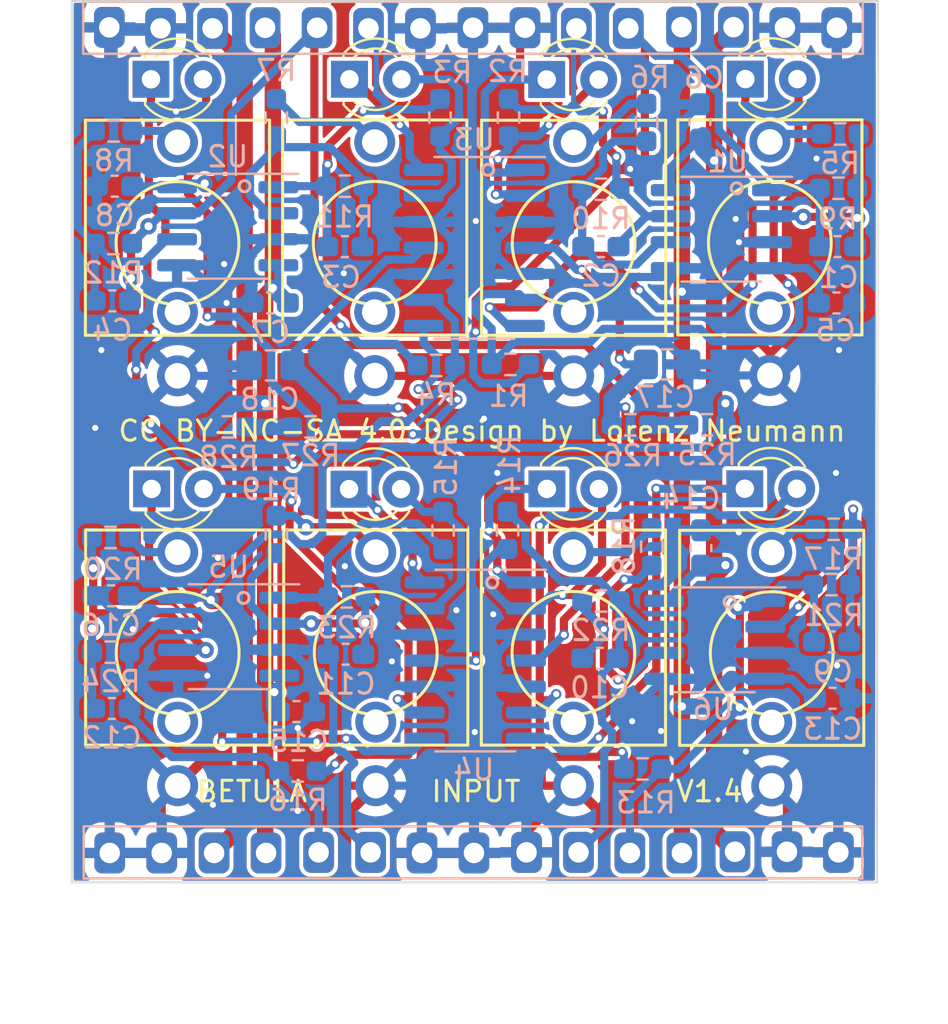
<source format=kicad_pcb>
(kicad_pcb (version 20240108) (generator "pcbnew") (generator_version "8.0")
  (layers (0 "F.Cu" signal) (31 "B.Cu" signal) (34 "B.Paste" user) (35 "F.Paste" user) (36 "B.SilkS" user "B.Silkscreen") (37 "F.SilkS" user "F.Silkscreen") (38 "B.Mask" user) (39 "F.Mask" user) (44 "Edge.Cuts" user))
  (net 0 "")
  (net 1 "Net-(R25-Pad2)")
  (net 2 "IN8")
  (net 3 "Net-(U6B--)")
  (net 4 "IN6")
  (net 5 "Net-(U5A--)")
  (net 6 "IN5")
  (net 7 "Net-(U5B--)")
  (net 8 "IN7")
  (net 9 "Net-(U6A--)")
  (net 10 "+12VLED")
  (net 11 "GNDA")
  (net 12 "IN2")
  (net 13 "IN3")
  (net 14 "IN4")
  (net 15 "Net-(D5-KA)")
  (net 16 "IN1")
  (net 17 "Net-(D6-KA)")
  (net 18 "Net-(D7-KA)")
  (net 19 "Net-(D8-KA)")
  (net 20 "Net-(U2B--)")
  (net 21 "Net-(U2A--)")
  (net 22 "Net-(U1B--)")
  (net 23 "+12V")
  (net 24 "-12V")
  (net 33 "Net-(U1A--)")
  (net 34 "Net-(J6-PadT)")
  (net 35 "Net-(J1-PadT)")
  (net 36 "Net-(J2-PadT)")
  (net 37 "Net-(J3-PadT)")
  (net 38 "Net-(J4-PadT)")
  (net 39 "Net-(J7-PadT)")
  (net 40 "Net-(J8-PadT)")
  (net 41 "Net-(J5-PadT)")
  (net 42 "Net-(D4-KA)")
  (net 43 "-12VLED")
  (net 44 "Net-(R27-Pad2)")
  (net 45 "Net-(D1-KA)")
  (net 46 "Net-(D2-KA)")
  (net 47 "Net-(D3-KA)")
  (net 48 "Net-(D3-AK)")
  (net 49 "Net-(D4-AK)")
  (net 50 "Net-(D1-AK)")
  (net 51 "Net-(D2-AK)")
  (net 52 "Net-(D7-AK)")
  (net 53 "Net-(D8-AK)")
  (net 54 "Net-(D5-AK)")
  (net 55 "Net-(D6-AK)")
  (footprint "LED_THT:LED_D3.0mm" (layer "F.Cu") (at 136.325 34.57)
    (property "Reference" "D4" (hide yes))
    (property "Value" "LED_Dual_Bidirectional")
  )
  (footprint "Eigenes:Thonkicon" (layer "F.Cu") (at 118.26 62.5875)
    (property "Reference" "J6" (hide yes))
    (property "Value" "AudioJack2_SwitchT")
  )
  (footprint "LED_THT:LED_D3.0mm" (layer "F.Cu") (at 116.975 34.58)
    (property "Reference" "D2" (hide yes))
    (property "Value" "LED_Dual_Bidirectional")
  )
  (footprint "Eigenes:Thonkicon" (layer "F.Cu") (at 108.58 62.5875)
    (property "Reference" "J5" (hide yes))
    (property "Value" "AudioJack2_SwitchT")
  )
  (footprint "LED_THT:LED_D3.0mm" (layer "F.Cu") (at 107.305 54.58)
    (property "Reference" "D5" (hide yes))
    (property "Value" "LED_Dual_Bidirectional")
  )
  (footprint "Eigenes:Thonkicon" (layer "F.Cu") (at 137.61 62.6)
    (property "Reference" "J8" (hide yes))
    (property "Value" "AudioJack2_SwitchT")
  )
  (footprint "Eigenes:Thonkicon" (layer "F.Cu") (at 118.21 42.5675)
    (property "Reference" "J2" (hide yes))
    (property "Value" "AudioJack2_SwitchT")
  )
  (footprint "Eigenes:Thonkicon" (layer "F.Cu") (at 127.93 42.58)
    (property "Reference" "J3" (hide yes))
    (property "Value" "AudioJack2_SwitchT")
  )
  (footprint "Eigenes:Thonkicon" (layer "F.Cu") (at 137.52 42.56)
    (property "Reference" "J4" (hide yes))
    (property "Value" "AudioJack2_SwitchT")
  )
  (footprint "Eigenes:Thonkicon" (layer "F.Cu") (at 108.57 42.5775)
    (property "Reference" "J1" (hide yes))
    (property "Value" "AudioJack2_SwitchT")
  )
  (footprint "LED_THT:LED_D3.0mm" (layer "F.Cu") (at 126.625 54.58)
    (property "Reference" "D7" (hide yes))
    (property "Value" "LED_Dual_Bidirectional")
  )
  (footprint "LED_THT:LED_D3.0mm" (layer "F.Cu") (at 116.955 54.59)
    (property "Reference" "D6" (hide yes))
    (property "Value" "LED_Dual_Bidirectional")
  )
  (footprint "LED_THT:LED_D3.0mm" (layer "F.Cu") (at 107.275 34.58)
    (property "Reference" "D1" (hide yes))
    (property "Value" "LED_Dual_Bidirectional")
  )
  (footprint "LED_THT:LED_D3.0mm" (layer "F.Cu") (at 136.295 54.57)
    (property "Reference" "D8" (hide yes))
    (property "Value" "LED_Dual_Bidirectional")
  )
  (footprint "LED_THT:LED_D3.0mm" (layer "F.Cu") (at 126.615 34.59)
    (property "Reference" "D3" (hide yes))
    (property "Value" "LED_Dual_Bidirectional")
  )
  (footprint "Eigenes:analogIN-Main" (layer "F.Cu") (at 123.2191 79.0548)
    (property "Reference" "J9" (hide yes))
    (property "Value" "Conn_02x15_Top_Bottom")
  )
  (footprint "Eigenes:Thonkicon" (layer "F.Cu") (at 127.92 62.5875)
    (property "Reference" "J7" (hide yes))
    (property "Value" "AudioJack2_SwitchT")
  )
  (footprint "Resistor_SMD:R_0603_1608Metric_Pad0.98x0.95mm_HandSolder" (layer "B.Cu") (at 105.3 56.95 180)
    (property "Reference" "R20")
    (property "Value" "22k")
  )
  (footprint "Resistor_SMD:R_0603_1608Metric_Pad0.98x0.95mm_HandSolder" (layer "B.Cu") (at 124.75 36.45 -90)
    (property "Reference" "R2")
    (property "Value" "330R")
  )
  (footprint "Capacitor_SMD:C_0603_1608Metric_Pad1.08x0.95mm_HandSolder" (layer "B.Cu") (at 140.5375 62.05 180)
    (property "Reference" "C9")
    (property "Value" "560p")
  )
  (footprint "Capacitor_SMD:C_0603_1608Metric_Pad1.08x0.95mm_HandSolder" (layer "B.Cu") (at 134.1 36.6625 -90)
    (property "Reference" "C6")
    (property "Value" "100n")
  )
  (footprint "Resistor_SMD:R_0603_1608Metric_Pad0.98x0.95mm_HandSolder" (layer "B.Cu") (at 131.3 68.25 180)
    (property "Reference" "R13")
    (property "Value" "330R")
  )
  (footprint "Resistor_SMD:R_0603_1608Metric_Pad0.98x0.95mm_HandSolder" (layer "B.Cu") (at 111.0375 51.55 180)
    (property "Reference" "R28")
    (property "Value" "47R")
  )
  (footprint "Resistor_SMD:R_0603_1608Metric_Pad0.98x0.95mm_HandSolder" (layer "B.Cu") (at 121.4 36.45 -90)
    (property "Reference" "R3")
    (property "Value" "330R")
  )
  (footprint "Resistor_SMD:R_0603_1608Metric_Pad0.98x0.95mm_HandSolder" (layer "B.Cu") (at 129.2625 60.05)
    (property "Reference" "R22")
    (property "Value" "3k3")
  )
  (footprint "Package_SO:SOIC-8_3.9x4.9mm_P1.27mm" (layer "B.Cu") (at 134.825 61.945 180)
    (property "Reference" "U6")
    (property "Value" "OPA1692xD")
  )
  (footprint "Capacitor_SMD:C_0603_1608Metric_Pad1.08x0.95mm_HandSolder" (layer "B.Cu") (at 116.7875 62.65 180)
    (property "Reference" "C11")
    (property "Value" "560p")
  )
  (footprint "Package_SO:SOIC-8_3.9x4.9mm_P1.27mm" (layer "B.Cu") (at 111.075 61.795 180)
    (property "Reference" "U5")
    (property "Value" "OPA1692xD")
  )
  (footprint "Capacitor_SMD:C_0603_1608Metric_Pad1.08x0.95mm_HandSolder" (layer "B.Cu") (at 113.1 45.5)
    (property "Reference" "C7")
    (property "Value" "100n")
  )
  (footprint "Package_SO:SOIC-14_3.9x8.7mm_P1.27mm" (layer "B.Cu") (at 123.075 42.81 180)
    (property "Reference" "U3")
    (property "Value" "LM324")
  )
  (footprint "Capacitor_SMD:C_0603_1608Metric_Pad1.08x0.95mm_HandSolder" (layer "B.Cu") (at 134.15 57.4625 -90)
    (property "Reference" "C14")
    (property "Value" "100n")
  )
  (footprint "Resistor_SMD:R_0603_1608Metric_Pad0.98x0.95mm_HandSolder" (layer "B.Cu") (at 131.5 36.6875 -90)
    (property "Reference" "R6")
    (property "Value" "22k")
  )
  (footprint "Resistor_SMD:R_0603_1608Metric_Pad0.98x0.95mm_HandSolder" (layer "B.Cu") (at 124.8375 48.5 180)
    (property "Reference" "R1")
    (property "Value" "330R")
  )
  (footprint "Resistor_SMD:R_0603_1608Metric_Pad0.98x0.95mm_HandSolder" (layer "B.Cu") (at 140.875 39.9 180)
    (property "Reference" "R9")
    (property "Value" "3k3")
  )
  (footprint "Package_SO:SOIC-14_3.9x8.7mm_P1.27mm" (layer "B.Cu") (at 123.125 62.96 180)
    (property "Reference" "U4")
    (property "Value" "LM324")
  )
  (footprint "Capacitor_SMD:C_0603_1608Metric_Pad1.08x0.95mm_HandSolder" (layer "B.Cu") (at 140.5875 64.8 180)
    (property "Reference" "C13")
    (property "Value" "100n")
  )
  (footprint "Resistor_SMD:R_0603_1608Metric_Pad0.98x0.95mm_HandSolder" (layer "B.Cu") (at 116.75 39.8 180)
    (property "Reference" "R11")
    (property "Value" "3k3")
  )
  (footprint "Resistor_SMD:R_0603_1608Metric_Pad0.98x0.95mm_HandSolder" (layer "B.Cu") (at 113.4 56.8 -90)
    (property "Reference" "R19")
    (property "Value" "22k")
  )
  (footprint "Capacitor_SMD:C_0603_1608Metric_Pad1.08x0.95mm_HandSolder" (layer "B.Cu") (at 129.2625 42.75)
    (property "Reference" "C2")
    (property "Value" "560p")
  )
  (footprint "Capacitor_SMD:C_0603_1608Metric_Pad1.08x0.95mm_HandSolder" (layer "B.Cu") (at 105.325 59.8)
    (property "Reference" "C16")
    (property "Value" "100n")
  )
  (footprint "Resistor_SMD:R_0603_1608Metric_Pad0.98x0.95mm_HandSolder" (layer "B.Cu") (at 105.4375 42.6)
    (property "Reference" "R12")
    (property "Value" "3k3")
  )
  (footprint "Resistor_SMD:R_0603_1608Metric_Pad0.98x0.95mm_HandSolder" (layer "B.Cu") (at 113.4 36.45 -90)
    (property "Reference" "R7")
    (property "Value" "22k")
  )
  (footprint "Package_SO:SOIC-8_3.9x4.9mm_P1.27mm" (layer "B.Cu") (at 111.025 41.755 180)
    (property "Reference" "U2")
    (property "Value" "OPA1692xD")
  )
  (footprint "Resistor_SMD:R_0603_1608Metric_Pad0.98x0.95mm_HandSolder" (layer "B.Cu") (at 130.7 51.45 180)
    (property "Reference" "R26")
    (property "Value" "47R")
  )
  (footprint "Capacitor_SMD:C_0603_1608Metric_Pad1.08x0.95mm_HandSolder" (layer "B.Cu") (at 140.825 42.75 180)
    (property "Reference" "C1")
    (property "Value" "560p")
  )
  (footprint "Resistor_SMD:R_0603_1608Metric_Pad0.98x0.95mm_HandSolder" (layer "B.Cu") (at 140.6375 56.55)
    (property "Reference" "R17")
    (property "Value" "22k")
  )
  (footprint "Resistor_SMD:R_0603_1608Metric_Pad0.98x0.95mm_HandSolder" (layer "B.Cu") (at 140.95 37.25)
    (property "Reference" "R5")
    (property "Value" "22k")
  )
  (footprint "Resistor_SMD:R_0603_1608Metric_Pad0.98x0.95mm_HandSolder" (layer "B.Cu") (at 116.8375 59.85 180)
    (property "Reference" "R23")
    (property "Value" "3k3")
  )
  (footprint "Capacitor_SMD:C_0603_1608Metric_Pad1.08x0.95mm_HandSolder" (layer "B.Cu") (at 105.3875 45.4)
    (property "Reference" "C4")
    (property "Value" "560p")
  )
  (footprint "Capacitor_SMD:C_0603_1608Metric_Pad1.08x0.95mm_HandSolder" (layer "B.Cu") (at 116.75 42.75 180)
    (property "Reference" "C3")
    (property "Value" "560p")
  )
  (footprint "Resistor_SMD:R_0603_1608Metric_Pad0.98x0.95mm_HandSolder" (layer "B.Cu") (at 114.45 68.35)
    (property "Reference" "R16")
    (property "Value" "330R")
  )
  (footprint "Resistor_SMD:R_0603_1608Metric_Pad0.98x0.95mm_HandSolder" (layer "B.Cu") (at 105.45 37.1 180)
    (property "Reference" "R8")
    (property "Value" "22k")
  )
  (footprint "Capacitor_SMD:C_0603_1608Metric_Pad1.08x0.95mm_HandSolder" (layer "B.Cu") (at 129.2125 62.85)
    (property "Reference" "C10")
    (property "Value" "560p")
  )
  (footprint "Resistor_SMD:R_0603_1608Metric_Pad0.98x0.95mm_HandSolder" (layer "B.Cu") (at 121.2125 48.55)
    (property "Reference" "R4")
    (property "Value" "330R")
  )
  (footprint "Resistor_SMD:R_0603_1608Metric_Pad0.98x0.95mm_HandSolder" (layer "B.Cu") (at 129.2625 39.95)
    (property "Reference" "R10")
    (property "Value" "3k3")
  )
  (footprint "Capacitor_SMD:C_0603_1608Metric_Pad1.08x0.95mm_HandSolder" (layer "B.Cu") (at 105.5 39.8)
    (property "Reference" "C8")
    (property "Value" "100n")
  )
  (footprint "Resistor_SMD:R_0603_1608Metric_Pad0.98x0.95mm_HandSolder" (layer "B.Cu") (at 124.7 56.6 -90)
    (property "Reference" "R14")
    (property "Value" "330R")
  )
  (footprint "Resistor_SMD:R_0603_1608Metric_Pad0.98x0.95mm_HandSolder" (layer "B.Cu") (at 134.45 51.45 180)
    (property "Reference" "R25")
    (property "Value" "47R")
  )
  (footprint "Resistor_SMD:R_0603_1608Metric_Pad0.98x0.95mm_HandSolder" (layer "B.Cu") (at 105.3125 62.55)
    (property "Reference" "R24")
    (property "Value" "3k3")
  )
  (footprint "Capacitor_SMD:C_0603_1608Metric_Pad1.08x0.95mm_HandSolder" (layer "B.Cu") (at 105.3625 65.3)
    (property "Reference" "C12")
    (property "Value" "560p")
  )
  (footprint "Resistor_SMD:R_0603_1608Metric_Pad0.98x0.95mm_HandSolder" (layer "B.Cu") (at 131.75 57.4 -90)
    (property "Reference" "R18")
    (property "Value" "22k")
  )
  (footprint "Capacitor_SMD:C_0805_2012Metric_Pad1.18x1.45mm_HandSolder" (layer "B.Cu") (at 113.15 48.55)
    (property "Reference" "C18")
    (property "Value" "22u")
  )
  (footprint "Resistor_SMD:R_0603_1608Metric_Pad0.98x0.95mm_HandSolder" (layer "B.Cu") (at 121.55 56.6125 90)
    (property "Reference" "R15")
    (property "Value" "330R")
  )
  (footprint "Resistor_SMD:R_0603_1608Metric_Pad0.98x0.95mm_HandSolder" (layer "B.Cu") (at 140.5375 59.25 180)
    (property "Reference" "R21")
    (property "Value" "3k3")
  )
  (footprint "Capacitor_SMD:C_0603_1608Metric_Pad1.08x0.95mm_HandSolder" (layer "B.Cu") (at 114.3875 65.45 180)
    (property "Reference" "C15")
    (property "Value" "100n")
  )
  (footprint "Capacitor_SMD:C_0805_2012Metric_Pad1.18x1.45mm_HandSolder" (layer "B.Cu") (at 132.5 48.5 180)
    (property "Reference" "C17")
    (property "Value" "22u")
  )
  (footprint "Package_SO:SOIC-8_3.9x4.9mm_P1.27mm" (layer "B.Cu") (at 135.15 41.9 180)
    (property "Reference" "U1")
    (property "Value" "OPA1692xD")
  )
  (footprint "Resistor_SMD:R_0603_1608Metric_Pad0.98x0.95mm_HandSolder" (layer "B.Cu") (at 115.075 51.55 180)
    (property "Reference" "R27")
    (property "Value" "47R")
  )
  (footprint "Capacitor_SMD:C_0603_1608Metric_Pad1.08x0.95mm_HandSolder" (layer "B.Cu") (at 140.775 45.5 180)
    (property "Reference" "C5")
    (property "Value" "100n")
  )
  (gr_circle (center 111.85 39.8) (end 112.0278 40.0032) (stroke (width 0.15)) (fill none) (layer "B.SilkS"))
  (gr_circle (center 111.8 59.9) (end 111.9778 60.1032) (stroke (width 0.15)) (fill none) (layer "B.SilkS"))
  (gr_circle (center 135.55 60.1) (end 135.7278 60.3032) (stroke (width 0.15)) (fill none) (layer "B.SilkS"))
  (gr_circle (center 123.75 39) (end 123.9278 39.2032) (stroke (width 0.15)) (fill none) (layer "B.SilkS"))
  (gr_circle (center 123.95 59.15) (end 124.1278 59.3532) (stroke (width 0.15)) (fill none) (layer "B.SilkS"))
  (gr_circle (center 135.9 39.9) (end 136.0778 40.1032) (stroke (width 0.15)) (fill none) (layer "B.SilkS"))
  (gr_line (start 103.4034 73.787) (end 103.4034 30.7594) (stroke (width 0.1)) (layer "Edge.Cuts"))
  (gr_line (start 142.7988 30.7594) (end 142.748 73.787) (stroke (width 0.1)) (layer "Edge.Cuts"))
  (gr_line (start 142.748 73.787) (end 103.4034 73.787) (stroke (width 0.1)) (layer "Edge.Cuts"))
  (gr_line (start 103.4034 30.7594) (end 142.7988 30.7594) (stroke (width 0.1)) (layer "Edge.Cuts"))
  (gr_text "CC BY-NC-SA 4.0 Design by Lorenz Neumann" (at 123.45 51.75 0) (layer "F.SilkS") (effects (font (size 1 1))))
  (gr_text "BETULA        INPUT          V1.4\n" (at 122.85 69.35 0) (layer "F.SilkS") (effects (font (size 1 1))))
  (segment (start 133.5375 51.45) (end 131.6125 51.45) (width 0.8) (layer "B.Cu") (net 1))
  (segment (start 136.05 65.25) (end 136.05 60.45) (width 0.4) (layer "F.Cu") (net 2))
  (segment (start 136.05 60.45) (end 135.95 60.35) (width 0.4) (layer "F.Cu") (net 2))
  (via (at 136.05 65.25) (size 0.8) (drill 0.4) (layers "F.Cu" "B.Cu") (net 2))
  (via (at 135.95 60.35) (size 0.8) (drill 0.4) (layers "F.Cu" "B.Cu") (net 2))
  (segment (start 139.675 62.05) (end 139.675 59.3) (width 0.4) (layer "B.Cu") (net 2))
  (segment (start 132.2125 68.25) (end 133.05 68.25) (width 0.4) (layer "B.Cu") (net 2))
  (segment (start 138.09 59.25) (end 137.3 60.04) (width 0.4) (layer "B.Cu") (net 2))
  (segment (start 130.68 71.0681) (end 130.68 69.7829) (width 0.4) (layer "B.Cu") (net 2))
  (segment (start 130.68 69.7829) (end 132.212 68.25) (width 0.4) (layer "B.Cu") (net 2))
  (segment (start 135.95 60.35) (end 136.99 60.35) (width 0.4) (layer "B.Cu") (net 2))
  (segment (start 130.68 71.0681) (end 130.6797 71.0684) (width 0.4) (layer "B.Cu") (net 2))
  (segment (start 139.675 59.3) (end 139.625 59.25) (width 0.4) (layer "B.Cu") (net 2))
  (segment (start 136.99 60.35) (end 137.3 60.04) (width 0.4) (layer "B.Cu") (net 2))
  (segment (start 139.625 59.25) (end 138.09 59.25) (width 0.4) (layer "B.Cu") (net 2))
  (segment (start 130.68 72.3534) (end 130.68 71.0681) (width 0.4) (layer "B.Cu") (net 2))
  (segment (start 132.212 68.25) (end 132.2125 68.25) (width 0.4) (layer "B.Cu") (net 2))
  (segment (start 130.6797 71.0684) (end 130.6797 72.3533) (width 0.4) (layer "B.Cu") (net 2))
  (segment (start 133.05 68.25) (end 136.05 65.25) (width 0.4) (layer "B.Cu") (net 2))
  (segment (start 129.41 63.1929) (end 130.1015 63.8844) (width 0.4) (layer "F.Cu") (net 3))
  (segment (start 129.41 61.4266) (end 129.41 63.1929) (width 0.4) (layer "F.Cu") (net 3))
  (segment (start 129.41 61.4266) (end 129.41 60.0108) (width 0.4) (layer "F.Cu") (net 3))
  (segment (start 129.41 60.0108) (end 130.4124 59.0084) (width 0.4) (layer "F.Cu") (net 3))
  (via (at 130.4124 59.0084) (size 0.5) (drill 0.3) (layers "F.Cu" "B.Cu") (net 3))
  (via (at 130.1015 63.8844) (size 0.5) (drill 0.3) (layers "F.Cu" "B.Cu") (net 3))
  (via (at 129.41 61.4266) (size 0.5) (drill 0.3) (layers "F.Cu" "B.Cu") (net 3))
  (segment (start 130.5213 63.8844) (end 130.1015 63.8844) (width 0.4) (layer "B.Cu") (net 3))
  (segment (start 131.8257 62.58) (end 130.5213 63.8844) (width 0.4) (layer "B.Cu") (net 3))
  (segment (start 129.41 61.79) (end 129.41 61.4266) (width 0.4) (layer "B.Cu") (net 3))
  (segment (start 132.35 62.58) (end 131.8257 62.58) (width 0.4) (layer "B.Cu") (net 3))
  (segment (start 128.35 60.05) (end 128.35 60.3666) (width 0.4) (layer "B.Cu") (net 3))
  (segment (start 128.35 60.3666) (end 129.41 61.4266) (width 0.4) (layer "B.Cu") (net 3))
  (segment (start 131.0541 59.0084) (end 130.4124 59.0084) (width 0.4) (layer "B.Cu") (net 3))
  (segment (start 128.35 62.85) (end 129.41 61.79) (width 0.4) (layer "B.Cu") (net 3))
  (segment (start 131.75 58.3125) (end 131.0541 59.0084) (width 0.4) (layer "B.Cu") (net 3))
  (segment (start 116.1905 66.470968) (end 116.1905 62.9155) (width 0.4) (layer "B.Cu") (net 4))
  (segment (start 116.1905 62.9155) (end 115.925 62.65) (width 0.4) (layer "B.Cu") (net 4))
  (segment (start 113.55 59.89) (end 115.885 59.89) (width 0.4) (layer "B.Cu") (net 4))
  (segment (start 117.632 56.2675) (end 115.925 57.975) (width 0.4) (layer "B.Cu") (net 4))
  (segment (start 115.925 59.85) (end 115.925 62.65) (width 0.4) (layer "B.Cu") (net 4))
  (segment (start 115.925 57.975) (end 115.925 59.85) (width 0.4) (layer "B.Cu") (net 4))
  (segment (start 115.885 59.89) (end 115.925 59.85) (width 0.4) (layer "B.Cu") (net 4))
  (segment (start 117.434 71.7496) (end 116.86 71.1754) (width 0.4) (layer "B.Cu") (net 4))
  (segment (start 116.86 71.1754) (end 116.86 68.308532) (width 0.4) (layer "B.Cu") (net 4))
  (segment (start 117.2095 67.959032) (end 116.669968 67.4195) (width 0.4) (layer "B.Cu") (net 4))
  (segment (start 116.86 68.308532) (end 117.2095 67.959032) (width 0.4) (layer "B.Cu") (net 4))
  (segment (start 117.4342 71.7496) (end 118.0084 72.3238) (width 0.4) (layer "B.Cu") (net 4))
  (segment (start 116.1605 67.039032) (end 116.1605 66.500968) (width 0.4) (layer "B.Cu") (net 4))
  (segment (start 116.540968 67.4195) (end 116.1605 67.039032) (width 0.4) (layer "B.Cu") (net 4))
  (segment (start 116.669968 67.4195) (end 116.540968 67.4195) (width 0.4) (layer "B.Cu") (net 4))
  (segment (start 116.1605 66.500968) (end 116.1905 66.470968) (width 0.4) (layer "B.Cu") (net 4))
  (segment (start 121.55 57.525) (end 120.292 56.2675) (width 0.4) (layer "B.Cu") (net 4))
  (segment (start 118.008 72.3238) (end 117.434 71.7496) (width 0.4) (layer "B.Cu") (net 4))
  (segment (start 120.292 56.2675) (end 117.632 56.2675) (width 0.4) (layer "B.Cu") (net 4))
  (segment (start 117.434 71.7496) (end 117.4342 71.7496) (width 0.4) (layer "B.Cu") (net 4))
  (segment (start 115.1 61.15) (end 117.7 61.15) (width 0.4) (layer "F.Cu") (net 5))
  (segment (start 117.7 61.15) (end 117.75 61.1) (width 0.4) (layer "F.Cu") (net 5))
  (via (at 115.1 61.15) (size 0.8) (drill 0.4) (layers "F.Cu" "B.Cu") (net 5))
  (via (at 117.75 61.1) (size 0.8) (drill 0.4) (layers "F.Cu" "B.Cu") (net 5))
  (segment (start 113.55 61.16) (end 113.067 61.16) (width 0.4) (layer "B.Cu") (net 5))
  (segment (start 117.75 62.55) (end 117.65 62.65) (width 0.4) (layer "B.Cu") (net 5))
  (segment (start 117.75 61.1) (end 117.75 62.55) (width 0.4) (layer "B.Cu") (net 5))
  (segment (start 115.09 61.16) (end 115.1 61.15) (width 0.4) (layer "B.Cu") (net 5))
  (segment (start 113.067 61.16) (end 112.175 60.2678) (width 0.4) (layer "B.Cu") (net 5))
  (segment (start 113.55 61.16) (end 115.09 61.16) (width 0.4) (layer "B.Cu") (net 5))
  (segment (start 112.175 60.2678) (end 112.175 58.9375) (width 0.4) (layer "B.Cu") (net 5))
  (segment (start 112.175 58.9375) (end 113.4 57.7125) (width 0.4) (layer "B.Cu") (net 5))
  (segment (start 117.75 59.85) (end 117.75 61.1) (width 0.4) (layer "B.Cu") (net 5))
  (segment (start 115.468 71.7878) (end 115.4684 71.7882) (width 0.4) (layer "B.Cu") (net 6))
  (segment (start 106.225 62.55) (end 106.225 65.3) (width 0.4) (layer "B.Cu") (net 6))
  (segment (start 113.5375 68.35) (end 113.5377 68.3498) (width 0.4) (layer "B.Cu") (net 6))
  (segment (start 108.3 67.6675) (end 106.225 65.5924) (width 0.4) (layer "B.Cu") (net 6))
  (segment (start 115.468 72.3238) (end 115.468 71.7878) (width 0.4) (layer "B.Cu") (net 6))
  (segment (start 106.225 65.5924) (end 106.225 65.3) (width 0.4) (layer "B.Cu") (net 6))
  (segment (start 113.538 68.35) (end 113.5377 68.3498) (width 0.4) (layer "B.Cu") (net 6))
  (segment (start 106.225 62.55) (end 107.615 61.16) (width 0.4) (layer "B.Cu") (net 6))
  (segment (start 115.4684 71.7882) (end 115.4684 72.3238) (width 0.4) (layer "B.Cu") (net 6))
  (segment (start 112.855 67.6675) (end 108.3 67.6675) (width 0.4) (layer "B.Cu") (net 6))
  (segment (start 107.615 61.16) (end 108.6 61.16) (width 0.4) (layer "B.Cu") (net 6))
  (segment (start 115.468 70.2809) (end 113.538 68.35) (width 0.4) (layer "B.Cu") (net 6))
  (segment (start 115.468 71.7878) (end 115.468 70.2809) (width 0.4) (layer "B.Cu") (net 6))
  (segment (start 113.5377 68.3498) (end 112.855 67.6675) (width 0.4) (layer "B.Cu") (net 6))
  (segment (start 104.45 60.65) (end 108.15 60.65) (width 0.4) (layer "F.Cu") (net 7))
  (segment (start 108.15 60.65) (end 109.95 62.45) (width 0.4) (layer "F.Cu") (net 7))
  (segment (start 104.45 60.65) (end 104.45 61.35) (width 0.4) (layer "F.Cu") (net 7))
  (segment (start 104.45 58.45) (end 104.45 60.65) (width 0.4) (layer "F.Cu") (net 7))
  (segment (start 104.45 61.35) (end 104.4 61.4) (width 0.4) (layer "F.Cu") (net 7))
  (via (at 104.4 61.4) (size 0.8) (drill 0.4) (layers "F.Cu" "B.Cu") (net 7))
  (via (at 104.45 58.45) (size 0.8) (drill 0.4) (layers "F.Cu" "B.Cu") (net 7))
  (via (at 109.95 62.45) (size 0.8) (drill 0.4) (layers "F.Cu" "B.Cu") (net 7))
  (segment (start 104.388 58.3875) (end 104.45 58.45) (width 0.4) (layer "B.Cu") (net 7))
  (segment (start 104.388 57.6687) (end 104.388 58.3875) (width 0.4) (layer "B.Cu") (net 7))
  (segment (start 104.4 65.2) (end 104.5 65.3) (width 0.4) (layer "B.Cu") (net 7))
  (segment (start 108.62 62.45) (end 108.6 62.43) (width 0.4) (layer "B.Cu") (net 7))
  (segment (start 104.3875 57.6682) (end 104.3875 56.95) (width 0.4) (layer "B.Cu") (net 7))
  (segment (start 104.4 62.55) (end 104.4 65.2) (width 0.4) (layer "B.Cu") (net 7))
  (segment (start 104.4 61.4) (end 104.4 62.55) (width 0.4) (layer "B.Cu") (net 7))
  (segment (start 104.388 57.6687) (end 104.3875 57.6682) (width 0.4) (layer "B.Cu") (net 7))
  (segment (start 109.95 62.45) (end 108.62 62.45) (width 0.4) (layer "B.Cu") (net 7))
  (segment (start 104.388 56.95) (end 104.388 57.6687) (width 0.4) (layer "B.Cu") (net 7))
  (segment (start 132.35 61.31) (end 131.435 61.31) (width 0.4) (layer "B.Cu") (net 8))
  (segment (start 130.175 60.05) (end 129.192 59.0675) (width 0.4) (layer "B.Cu") (net 8))
  (segment (start 129.32 65.96684) (end 129.32 63.605) (width 0.4) (layer "B.Cu") (net 8))
  (segment (start 129.426297 67.372137) (end 129.806765 66.991669) (width 0.4) (layer "B.Cu") (net 8))
  (segment (start 128.744 71.748) (end 128.1684 72.3236) (width 0.4) (layer "B.Cu") (net 8))
  (segment (start 129.806765 66.991669) (end 129.806765 66.453605) (width 0.4) (layer "B.Cu") (net 8))
  (segment (start 128.744 71.748) (end 129.426297 71.065703) (width 0.4) (layer "B.Cu") (net 8))
  (segment (start 129.192 59.0675) (end 127.292 59.0675) (width 0.4) (layer "B.Cu") (net 8))
  (segment (start 129.806765 66.453605) (end 129.32 65.96684) (width 0.4) (layer "B.Cu") (net 8))
  (segment (start 130.175 60.05) (end 130.175 62.75) (width 0.4) (layer "B.Cu") (net 8))
  (segment (start 131.435 61.31) (end 130.175 60.05) (width 0.4) (layer "B.Cu") (net 8))
  (segment (start 127.292 59.0675) (end 125.575 57.35) (width 0.4) (layer "B.Cu") (net 8))
  (segment (start 129.426297 71.065703) (end 129.426297 67.372137) (width 0.4) (layer "B.Cu") (net 8))
  (segment (start 128.1684 72.3236) (end 128.1684 72.3238) (width 0.4) (layer "B.Cu") (net 8))
  (segment (start 129.32 63.605) (end 130.075 62.85) (width 0.4) (layer "B.Cu") (net 8))
  (segment (start 128.168 72.3238) (end 128.744 71.748) (width 0.4) (layer "B.Cu") (net 8))
  (segment (start 125.575 57.35) (end 125.575 56.5625) (width 0.4) (layer "B.Cu") (net 8))
  (segment (start 125.575 56.5625) (end 124.7 55.6875) (width 0.4) (layer "B.Cu") (net 8))
  (segment (start 130.175 62.75) (end 130.075 62.85) (width 0.4) (layer "B.Cu") (net 8))
  (segment (start 138.9093 60.3336) (end 141.5923 57.6506) (width 0.4) (layer "F.Cu") (net 9))
  (segment (start 141.5923 57.6506) (end 141.5923 55.5866) (width 0.4) (layer "F.Cu") (net 9))
  (via (at 141.5923 55.5866) (size 0.5) (drill 0.3) (layers "F.Cu" "B.Cu") (net 9))
  (via (at 138.9093 60.3336) (size 0.5) (drill 0.3) (layers "F.Cu" "B.Cu") (net 9))
  (segment (start 141.4 62.05) (end 141.45 62) (width 0.4) (layer "B.Cu") (net 9))
  (segment (start 141.55 56.55) (end 141.5923 56.5077) (width 0.4) (layer "B.Cu") (net 9))
  (segment (start 137.3 61.31) (end 137.9329 61.31) (width 0.4) (layer "B.Cu") (net 9))
  (segment (start 141.5923 56.5077) (end 141.5923 55.5866) (width 0.4) (layer "B.Cu") (net 9))
  (segment (start 141.55 59.15) (end 141.55 56.55) (width 0.4) (layer "B.Cu") (net 9))
  (segment (start 141.45 59.25) (end 141.55 59.15) (width 0.4) (layer "B.Cu") (net 9))
  (segment (start 141.45 62) (end 141.45 59.25) (width 0.4) (layer "B.Cu") (net 9))
  (segment (start 137.9329 61.31) (end 138.9093 60.3336) (width 0.4) (layer "B.Cu") (net 9))
  (segment (start 130.1827 45.7399) (end 128.3291 43.8863) (width 0.4) (layer "F.Cu") (net 10))
  (segment (start 130.1827 48.2222) (end 130.1827 45.7399) (width 0.4) (layer "F.Cu") (net 10))
  (segment (start 127.455 61.6991) (end 127.455 60.9612) (width 0.4) (layer "F.Cu") (net 10))
  (segment (start 127.455 60.9612) (end 130.4652 57.951) (width 0.4) (layer "F.Cu") (net 10))
  (segment (start 130.4652 57.951) (end 130.4652 50.5966) (width 0.4) (layer "F.Cu") (net 10))
  (via (at 128.3291 43.8863) (size 0.5) (drill 0.3) (layers "F.Cu" "B.Cu") (net 10))
  (via (at 130.1827 48.2222) (size 0.5) (drill 0.3) (layers "F.Cu" "B.Cu") (net 10))
  (via (at 130.4652 50.5966) (size 0.5) (drill 0.3) (layers "F.Cu" "B.Cu") (net 10))
  (via (at 127.455 61.6991) (size 0.5) (drill 0.3) (layers "F.Cu" "B.Cu") (net 10))
  (segment (start 125.55 42.81) (end 127.0194 42.81) (width 0.4) (layer "B.Cu") (net 10))
  (segment (start 130.4605 48.5) (end 130.1827 48.2222) (width 0.4) (layer "B.Cu") (net 10))
  (segment (start 129.788 51.0233) (end 129.7875 51.0238) (width 0.4) (layer "B.Cu") (net 10))
  (segment (start 129.788 51.45) (end 129.788 51.0233) (width 0.8) (layer "B.Cu") (net 10))
  (segment (start 131.4625 48.5) (end 131.462 48.5) (width 0.4) (layer "B.Cu") (net 10))
  (segment (start 129.788 51.0233) (end 129.788 50.5966) (width 0.8) (layer "B.Cu") (net 10))
  (segment (start 131.462 48.5) (end 130.4605 48.5) (width 0.4) (layer "B.Cu") (net 10))
  (segment (start 126.1941 62.96) (end 125.6 62.96) (width 0.4) (layer "B.Cu") (net 10))
  (segment (start 129.788 50.5966) (end 129.788 50.175) (width 0.8) (layer "B.Cu") (net 10))
  (segment (start 129.788 50.5966) (end 130.4652 50.5966) (width 0.4) (layer "B.Cu") (net 10))
  (segment (start 128.0957 43.8863) (end 128.3291 43.8863) (width 0.4) (layer "B.Cu") (net 10))
  (segment (start 127.455 61.6991) (end 126.1941 62.96) (width 0.4) (layer "B.Cu") (net 10))
  (segment (start 129.788 50.175) (end 131.462 48.5) (width 0.8) (layer "B.Cu") (net 10))
  (segment (start 127.0194 42.81) (end 128.0957 43.8863) (width 0.4) (layer "B.Cu") (net 10))
  (segment (start 129.7875 51.0238) (end 129.7875 51.45) (width 0.4) (layer "B.Cu") (net 10))
  (segment (start 125.3136 67.178063) (end 126.368443 68.232906) (width 0.4) (layer "F.Cu") (net 11))
  (segment (start 139.0519 46.4558) (end 139.0519 43.5717) (width 0.4) (layer "F.Cu") (net 11))
  (segment (start 129.773578 39.0086) (end 129.721978 39.0602) (width 0.4) (layer "F.Cu") (net 11))
  (segment (start 114.4483 66.2517) (end 114.4483 67.100645) (width 0.4) (layer "F.Cu") (net 11))
  (segment (start 105.2381 45.7256) (end 105.2381 32.0466) (width 0.4) (layer "F.Cu") (net 11))
  (segment (start 125.3148 32.3022) (end 125.5522 32.0648) (width 0.4) (layer "F.Cu") (net 11))
  (segment (start 126.505787 69.0675) (end 127.92 69.0675) (width 0.4) (layer "F.Cu") (net 11))
  (segment (start 140.7922 38.4894) (end 140.7922 32.0648) (width 0.4) (layer "F.Cu") (net 11))
  (segment (start 137.52 49.04) (end 137.52 47.9877) (width 0.4) (layer "F.Cu") (net 11))
  (segment (start 138.3572 69.8272) (end 137.61 69.08) (width 0.4) (layer "F.Cu") (net 11))
  (segment (start 136.0137 46.4208) (end 136.0137 42.535) (width 0.4) (layer "F.Cu") (net 11))
  (segment (start 130.4313 38.958) (end 130.380701 39.008599) (width 0.4) (layer "F.Cu") (net 11))
  (segment (start 109.9802 63.7475) (end 110.0277 63.7) (width 0.4) (layer "F.Cu") (net 11))
  (segment (start 126.368443 68.930156) (end 126.505787 69.0675) (width 0.4) (layer "F.Cu") (net 11))
  (segment (start 125.3148 37.0805) (end 125.3148 32.3022) (width 0.4) (layer "F.Cu") (net 11))
  (segment (start 107.7976 69.8499) (end 107.7976 72.3533) (width 0.4) (layer "F.Cu") (net 11))
  (segment (start 125.6284 72.3238) (end 125.6284 71.3591) (width 0.4) (layer "F.Cu") (net 11))
  (segment (start 106.3862 61.4231) (end 108.7106 63.7475) (width 0.4) (layer "F.Cu") (net 11))
  (segment (start 108.57 49.0575) (end 105.2381 45.7256) (width 0.4) (layer "F.Cu") (net 11))
  (segment (start 125.3136 49.06) (end 118.2225 49.06) (width 0.4) (layer "F.Cu") (net 11))
  (segment (start 139.0519 43.5717) (end 138.3316 42.8514) (width 0.4) (layer "F.Cu") (net 11))
  (segment (start 138.3572 72.2943) (end 138.3572 69.8272) (width 0.4) (layer "F.Cu") (net 11))
  (segment (start 138.3316 40.95) (end 140.7922 38.4894) (width 0.4) (layer "F.Cu") (net 11))
  (segment (start 114.4483 67.100645) (end 116.415155 69.0675) (width 0.4) (layer "F.Cu") (net 11))
  (segment (start 130.380701 39.008599) (end 129.773578 39.0086) (width 0.4) (layer "F.Cu") (net 11))
  (segment (start 138.3316 42.8514) (end 138.3316 40.95) (width 0.4) (layer "F.Cu") (net 11))
  (segment (start 110.9678 45.5) (end 110.9678 46.6597) (width 0.4) (layer "F.Cu") (net 11))
  (segment (start 130.6919 38.958) (end 130.4313 38.958) (width 0.4) (layer "F.Cu") (net 11))
  (segment (start 109.9802 67.6673) (end 108.58 69.0675) (width 0.4) (layer "F.Cu") (net 11))
  (segment (start 108.58 69.0675) (end 107.7976 69.8499) (width 0.4) (layer "F.Cu") (net 11))
  (segment (start 125.6284 71.3591) (end 127.92 69.0675) (width 0.4) (layer "F.Cu") (net 11))
  (segment (start 127.2945 39.0602) (end 125.3148 37.0805) (width 0.4) (layer "F.Cu") (net 11))
  (segment (start 125.3136 49.06) (end 125.3136 67.178063) (width 0.4) (layer "F.Cu") (net 11))
  (segment (start 126.368443 68.232906) (end 126.368443 68.930156) (width 0.4) (layer "F.Cu") (net 11))
  (segment (start 127.93 49.06) (end 125.3136 49.06) (width 0.4) (layer "F.Cu") (net 11))
  (segment (start 116.415155 69.0675) (end 118.26 69.0675) (width 0.4) (layer "F.Cu") (net 11))
  (segment (start 137.52 47.9877) (end 137.5503 47.9574) (width 0.4) (layer "F.Cu") (net 11))
  (segment (start 137.5503 47.9574) (end 139.0519 46.4558) (width 0.4) (layer "F.Cu") (net 11))
  (segment (start 118.2225 49.06) (end 118.21 49.0475) (width 0.4) (layer "F.Cu") (net 11))
  (segment (start 109.9802 63.7475) (end 109.9802 67.6673) (width 0.4) (layer "F.Cu") (net 11))
  (segment (start 110.9678 46.6597) (end 108.57 49.0575) (width 0.4) (layer "F.Cu") (net 11))
  (segment (start 129.721978 39.0602) (end 127.2945 39.0602) (width 0.4) (layer "F.Cu") (net 11))
  (segment (start 137.5503 47.9574) (end 136.0137 46.4208) (width 0.4) (layer "F.Cu") (net 11))
  (segment (start 108.7106 63.7475) (end 109.9802 63.7475) (width 0.4) (layer "F.Cu") (net 11))
  (via (at 123.1 66.45) (size 0.5) (drill 0.3) (layers "F.Cu" "B.Cu") (net 11))
  (via (at 110.0277 63.7) (size 0.5) (drill 0.3) (layers "F.Cu" "B.Cu") (net 11))
  (via (at 114.4483 66.2517) (size 0.5) (drill 0.3) (layers "F.Cu" "B.Cu") (net 11))
  (via (at 119.05 63) (size 0.5) (drill 0.3) (layers "F.Cu" "B.Cu") (net 11))
  (via (at 123.15 41.5) (size 0.5) (drill 0.3) (layers "F.Cu" "B.Cu") (net 11))
  (via (at 130.6919 38.958) (size 0.5) (drill 0.3) (layers "F.Cu" "B.Cu") (net 11))
  (via (at 140.9 47.8) (size 0.5) (drill 0.3) (layers "F.Cu" "B.Cu") (net 11))
  (via (at 140.8 63.2) (size 0.5) (drill 0.3) (layers "F.Cu" "B.Cu") (net 11))
  (via (at 116.75 58.35) (size 0.5) (drill 0.3) (layers "F.Cu" "B.Cu") (net 11))
  (via (at 136 56.7) (size 0.5) (drill 0.3) (layers "F.Cu" "B.Cu") (net 11))
  (via (at 110.55 57.95) (size 0.5) (drill 0.3) (layers "F.Cu" "B.Cu") (net 11))
  (via (at 130.788449 65.92442) (size 0.5) (drill 0.3) (layers "F.Cu" "B.Cu") (net 11))
  (via (at 110.9678 45.5) (size 0.5) (drill 0.3) (layers "F.Cu" "B.Cu") (net 11))
  (via (at 124.2 53.8) (size 0.5) (drill 0.3) (layers "F.Cu" "B.Cu") (net 11))
  (via (at 108.5 36.15) (size 0.5) (drill 0.3) (layers "F.Cu" "B.Cu") (net 11))
  (via (at 116.7 44.05) (size 0.5) (drill 0.3) (layers "F.Cu" "B.Cu") (net 11))
  (via (at 136.35 67.4) (size 0.5) (drill 0.3) (layers "F.Cu" "B.Cu") (net 11))
  (via (at 106.3862 61.4231) (size 0.5) (drill 0.3) (layers "F.Cu" "B.Cu") (net 11))
  (via (at 114.45 70.3) (size 0.5) (drill 0.3) (layers "F.Cu" "B.Cu") (net 11))
  (via (at 110.85 43.6) (size 0.5) (drill 0.3) (layers "F.Cu" "B.Cu") (net 11))
  (via (at 110.3 70) (size 0.5) (drill 0.3) (layers "F.Cu" "B.Cu") (net 11))
  (via (at 123.55 51.15) (size 0.5) (drill 0.3) (layers "F.Cu" "B.Cu") (net 11))
  (via (at 140.75 53.8) (size 0.5) (drill 0.3) (layers "F.Cu" "B.Cu") (net 11))
  (via (at 135.85 41.4) (size 0.5) (drill 0.3) (layers "F.Cu" "B.Cu") (net 11))
  (via (at 124 60.7) (size 0.5) (drill 0.3) (layers "F.Cu" "B.Cu") (net 11))
  (via (at 136.0137 42.535) (size 0.5) (drill 0.3) (layers "F.Cu" "B.Cu") (net 11))
  (via (at 139.8 38.45) (size 0.5) (drill 0.3) (layers "F.Cu" "B.Cu") (net 11))
  (via (at 132.2 66.4) (size 0.5) (drill 0.3) (layers "F.Cu" "B.Cu") (net 11))
  (via (at 104.55 51.6) (size 0.5) (drill 0.3) (layers "F.Cu" "B.Cu") (net 11))
  (via (at 122.2 60.5) (size 0.5) (drill 0.3) (layers "F.Cu" "B.Cu") (net 11))
  (via (at 104.85 47.8) (size 0.5) (drill 0.3) (layers "F.Cu" "B.Cu") (net 11))
  (segment (start 133.2239 36.6761) (end 133.2239 37.3406) (width 0.4) (layer "B.Cu") (net 11))
  (segment (start 127.5043 44.5364) (end 127.0479 44.08) (width 0.4) (layer "B.Cu") (net 11))
  (segment (start 125.0458 44.08) (end 123.7787 42.8129) (width 0.4) (layer "B.Cu") (net 11))
  (segment (start 122.0287 67.1772) (end 122.0287 65.0883) (width 0.4) (layer "B.Cu") (net 11))
  (segment (start 130.0227 47.3703) (end 128.333 49.06) (width 0.4) (layer "B.Cu") (net 11))
  (segment (start 123.7787 42.8129) (end 125.0516 41.54) (width 0.4) (layer "B.Cu") (net 11))
  (segment (start 136.1594 58.9239) (end 136.1594 57.9469) (width 0.4) (layer "B.Cu") (net 11))
  (segment (start 128.9015 44.2333) (end 128.5984 44.5364) (width 0.4) (layer "B.Cu") (net 11))
  (segment (start 125.55 44.08) (end 125.0458 44.08) (width 0.4) (layer "B.Cu") (net 11))
  (segment (start 135.1029 59.9804) (end 136.1594 58.9239) (width 0.4) (layer "B.Cu") (net 11))
  (segment (start 105.45 32.2585) (end 105.2381 32.0466) (width 0.4) (layer "B.Cu") (net 11))
  (segment (start 120.65 61.69) (end 123.3589 61.69) (width 0.4) (layer "B.Cu") (net 11))
  (segment (start 115.25 63.6058) (end 114.0742 62.43) (width 0.4) (layer "B.Cu") (net 11))
  (segment (start 123.0597 72.3533) (end 125.5989 72.3533) (width 0.4) (layer "B.Cu") (net 11))
  (segment (start 136.0137 42.535) (end 134.7437 43.805) (width 0.4) (layer "B.Cu") (net 11))
  (segment (start 125.5989 72.3533) (end 125.6284 72.3238) (width 0.4) (layer "B.Cu") (net 11))
  (segment (start 122.9827 39.6784) (end 122.9827 32.0943) (width 0.4) (layer "B.Cu") (net 11))
  (segment (start 135.1029 62.58) (end 135.1029 59.9804) (width 0.4) (layer "B.Cu") (net 11))
  (segment (start 124.2177 63.8248) (end 125.1948 63.8248) (width 0.4) (layer "B.Cu") (net 11))
  (segment (start 122.0287 65.0883) (end 121.1704 64.23) (width 0.4) (layer "B.Cu") (net 11))
  (segment (start 141.3078 64.8) (end 141.3078 65.3822) (width 0.4) (layer "B.Cu") (net 11))
  (segment (start 124.2177 62.5488) (end 125.0765 61.69) (width 0.4) (layer "B.Cu") (net 11))
  (segment (start 137.625 42.535) (end 136.0137 42.535) (width 0.4) (layer "B.Cu") (net 11))
  (segment (start 120.1384 69.0675) (end 120.5197 69.4488) (width 0.4) (layer "B.Cu") (net 11))
  (segment (start 123.7787 42.8129) (end 123.7779 42.8121) (width 0.4) (layer "B.Cu") (net 11))
  (segment (start 108.6 63.7) (end 110.0277 63.7) (width 0.4) (layer "B.Cu") (net 11))
  (segment (start 132.675 43.805) (end 132.2467 44.2333) (width 0.4) (layer "B.Cu") (net 11))
  (segment (start 111.605 49.0575) (end 112.1125 48.55) (width 0.4) (layer "B.Cu") (net 11))
  (segment (start 105.0058 60.1179) (end 105.0058 59.8) (width 0.4) (layer "B.Cu") (net 11))
  (segment (start 128.5984 44.5364) (end 127.5043 44.5364) (width 0.4) (layer "B.Cu") (net 11))
  (segment (start 107.5793 32.2585) (end 107.7435 32.0943) (width 0.4) (layer "B.Cu") (net 11))
  (segment (start 138.3572 72.2943) (end 140.8389 72.2943) (width 0.4) (layer "B.Cu") (net 11))
  (segment (start 121.1254 44.08) (end 120.6 44.08) (width 0.4) (layer "B.Cu") (net 11))
  (segment (start 120.5197 69.4488) (end 120.5197 72.3533) (width 0.4) (layer "B.Cu") (net 11))
  (segment (start 114.0742 62.43) (end 113.55 62.43) (width 0.4) (layer "B.Cu") (net 11))
  (segment (start 139.0483 63.4495) (end 139.9573 63.4495) (width 0.4) (layer "B.Cu") (net 11))
  (segment (start 123.0122 32.0648) (end 125.5522 32.0648) (width 0.4) (layer "B.Cu") (net 11))
  (segment (start 122.9827 32.0943) (end 123.0122 32.0648) (width 0.4) (layer "B.Cu") (net 11))
  (segment (start 105.0058 59.8) (end 105.0058 59.5411) (width 0.4) (layer "B.Cu") (net 11))
  (segment (start 124.2177 63.8248) (end 124.2177 62.5488) (width 0.4) (layer "B.Cu") (net 11))
  (segment (start 105.0058 59.5411) (end 105.3214 59.2255) (width 0.4) (layer "B.Cu") (net 11))
  (segment (start 134.1 35.8) (end 133.2239 36.6761) (width 0.4) (layer "B.Cu") (net 11))
  (segment (start 109.1278 43.66) (end 108.55 43.66) (width 0.4) (layer "B.Cu") (net 11))
  (segment (start 133.5375 48.5) (end 134.0775 49.04) (width 0.4) (layer "B.Cu") (net 11))
  (segment (start 133.5375 48.5) (end 132.4078 47.3703) (width 0.4) (layer "B.Cu") (net 11))
  (segment (start 138.0975 49.04) (end 141.6375 45.5) (width 0.4) (layer "B.Cu") (net 11))
  (segment (start 134.7437 43.805) (end 132.675 43.805) (width 0.4) (layer "B.Cu") (net 11))
  (segment (start 106.3862 61.4231) (end 106.311 61.4231) (width 0.4) (layer "B.Cu") (net 11))
  (segment (start 138.1788 62.58) (end 139.0483 63.4495) (width 0.4) (layer "B.Cu") (net 11))
  (segment (start 122.3933 42.8121) (end 121.1254 44.08) (width 0.4) (layer "B.Cu") (net 11))
  (segment (start 111.2977 62.43) (end 110.0277 63.7) (width 0.4) (layer "B.Cu") (net 11))
  (segment (start 123.3589 61.69) (end 124.2177 62.5488) (width 0.4) (layer "B.Cu") (net 11))
  (segment (start 140.8389 72.2943) (end 140.8684 72.3238) (width 0.4) (layer "B.Cu") (net 11))
  (segment (start 105.2576 72.3533) (end 107.7976 72.3533) (width 0.4) (layer "B.Cu") (net 11))
  (segment (start 110.9678 45.5) (end 109.1278 43.66) (width 0.4) (layer "B.Cu") (net 11))
  (segment (start 120.4435 32.0943) (end 122.9827 32.0943) (width 0.4) (layer "B.Cu") (net 11))
  (segment (start 141.3078 64.8) (end 141.45 64.8) (width 0.4) (layer "B.Cu") (net 11))
  (segment (start 121.1211 41.54) (end 122.9827 39.6784) (width 0.4) (layer "B.Cu") (net 11))
  (segment (start 105.45 32.2585) (end 107.5793 32.2585) (width 0.4) (layer "B.Cu") (net 11))
  (segment (start 104.6375 39.8) (end 105.45 38.9875) (width 0.4) (layer "B.Cu") (net 11))
  (segment (start 106.311 61.4231) (end 105.0058 60.1179) (width 0.4) (layer "B.Cu") (net 11))
  (segment (start 115.25 65.45) (end 115.25 63.6058) (width 0.4) (layer "B.Cu") (net 11))
  (segment (start 121.1211 41.54) (end 120.6 41.54) (width 0.4) (layer "B.Cu") (net 11))
  (segment (start 118.26 69.0675) (end 120.1384 69.0675) (width 0.4) (layer "B.Cu") (net 11))
  (segment (start 105.3214 52.3061) (end 108.57 49.0575) (width 0.4) (layer "B.Cu") (net 11))
  (segment (start 121.1704 64.23) (end 120.65 64.23) (width 0.4) (layer "B.Cu") (net 11))
  (segment (start 125.1948 63.8248) (end 125.6 64.23) (width 0.4) (layer "B.Cu") (net 11))
  (segment (start 104.4625 59.8) (end 105.0058 59.8) (width 0.4) (layer "B.Cu") (net 11))
  (segment (start 125.0516 41.54) (end 125.55 41.54) (width 0.4) (layer "B.Cu") (net 11))
  (segment (start 131.6065 38.958) (end 130.6919 38.958) (width 0.4) (layer "B.Cu") (net 11))
  (segment (start 132.2467 44.2333) (end 128.9015 44.2333) (width 0.4) (layer "B.Cu") (net 11))
  (segment (start 120.1384 69.0675) (end 122.0287 67.1772) (width 0.4) (layer "B.Cu") (net 11))
  (segment (start 120.5197 72.3533) (end 123.0597 72.3533) (width 0.4) (layer "B.Cu") (net 11))
  (segment (start 108.57 49.0575) (end 111.605 49.0575) (width 0.4) (layer "B.Cu") (net 11))
  (segment (start 125.0765 61.69) (end 125.6 61.69) (width 0.4) (layer "B.Cu") (net 11))
  (segment (start 112.0518 45.3143) (end 112.2375 45.5) (width 0.4) (layer "B.Cu") (net 11))
  (segment (start 133.2239 37.3406) (end 131.6065 38.958) (width 0.4) (layer "B.Cu") (net 11))
  (segment (start 122.0287 65.0883) (end 123.2922 63.8248) (width 0.4) (layer "B.Cu") (net 11))
  (segment (start 128.333 49.06) (end 127.93 49.06) (width 0.4) (layer "B.Cu") (net 11))
  (segment (start 127.0479 44.08) (end 125.55 44.08) (width 0.4) (layer "B.Cu") (net 11))
  (segment (start 112.2375 45.5) (end 110.9678 45.5) (width 0.4) (layer "B.Cu") (net 11))
  (segment (start 138.2522 32.0648) (end 140.7922 32.0648) (width 0.4) (layer "B.Cu") (net 11))
  (segment (start 123.7779 42.8121) (end 122.3933 42.8121) (width 0.4) (layer "B.Cu") (net 11))
  (segment (start 137.52 49.04) (end 138.0975 49.04) (width 0.4) (layer "B.Cu") (net 11))
  (segment (start 123.2922 63.8248) (end 124.2177 63.8248) (width 0.4) (layer "B.Cu") (net 11))
  (segment (start 130.788449 65.411551) (end 130.788449 65.92442) (width 0.4) (layer "B.Cu") (net 11))
  (segment (start 133.8329 63.85) (end 135.1029 62.58) (width 0.4) (layer "B.Cu") (net 11))
  (segment (start 139.9573 63.4495) (end 141.3078 64.8) (width 0.4) (layer "B.Cu") (net 11))
  (segment (start 134.0775 49.04) (end 137.52 49.04) (width 0.4) (layer "B.Cu") (net 11))
  (segment (start 134.8125 56.6) (end 134.15 56.6) (width 0.4) (layer "B.Cu") (net 11))
  (segment (start 132.35 63.85) (end 130.788449 65.411551) (width 0.4) (layer "B.Cu") (net 11))
  (segment (start 113.55 62.43) (end 111.2977 62.43) (width 0.4) (layer "B.Cu") (net 11))
  (segment (start 114.4483 66.2517) (end 115.25 65.45) (width 0.4) (layer "B.Cu") (net 11))
  (segment (start 105.45 38.9875) (end 105.45 32.2585) (width 0.4) (layer "B.Cu") (net 11))
  (segment (start 105.3214 59.2255) (end 105.3214 52.3061) (width 0.4) (layer "B.Cu") (net 11))
  (segment (start 113.5 42.39) (end 112.9394 42.39) (width 0.4) (layer "B.Cu") (net 11))
  (segment (start 135.1029 62.58) (end 137.3 62.58) (width 0.4) (layer "B.Cu") (net 11))
  (segment (start 136.1594 57.9469) (end 134.8125 56.6) (width 0.4) (layer "B.Cu") (net 11))
  (segment (start 112.0518 43.2776) (end 112.0518 45.3143) (width 0.4) (layer "B.Cu") (net 11))
  (segment (start 112.9394 42.39) (end 112.0518 43.2776) (width 0.4) (layer "B.Cu") (net 11))
  (segment (start 122.3933 42.8121) (end 121.1211 41.54) (width 0.4) (layer "B.Cu") (net 11))
  (segment (start 132.4078 47.3703) (end 130.0227 47.3703) (width 0.4) (layer "B.Cu") (net 11))
  (segment (start 141.3078 65.3822) (end 137.61 69.08) (width 0.4) (layer "B.Cu") (net 11))
  (segment (start 132.35 63.85) (end 133.8329 63.85) (width 0.4) (layer "B.Cu") (net 11))
  (segment (start 137.3 62.58) (end 138.1788 62.58) (width 0.4) (layer "B.Cu") (net 11))
  (segment (start 115.911 37.8467) (end 115.911 38.7297) (width 0.4) (layer "F.Cu") (net 12))
  (segment (start 117.6431 36.1146) (end 115.911 37.8467) (width 0.4) (layer "F.Cu") (net 12))
  (via (at 115.911 38.7297) (size 0.5) (drill 0.3) (layers "F.Cu" "B.Cu") (net 12))
  (via (at 117.6431 36.1146) (size 0.5) (drill 0.3) (layers "F.Cu" "B.Cu") (net 12))
  (segment (start 121.4 35.5375) (end 120.888 36.05) (width 0.4) (layer "B.Cu") (net 12))
  (segment (start 121.088 35.85) (end 121.4 35.5375) (width 0.25) (layer "B.Cu") (net 12))
  (segment (start 118.865 35.815) (end 118.29 35.24) (width 0.4) (layer "B.Cu") (net 12))
  (segment (start 118.0965 32.2877) (end 118.29 32.481) (width 0.25) (layer "B.Cu") (net 12))
  (segment (start 115.911 38.7297) (end 115.8375 38.8032) (width 0.4) (layer "B.Cu") (net 12))
  (segment (start 118.5654 36.1146) (end 117.6431 36.1146) (width 0.4) (layer "B.Cu") (net 12))
  (segment (start 120.888 36.05) (end 119.1 36.05) (width 0.4) (layer "B.Cu") (net 12))
  (segment (start 118.865 35.815) (end 118.5654 36.1146) (width 0.4) (layer "B.Cu") (net 12))
  (segment (start 118.0965 32.2877) (end 117.9035 32.0947) (width 0.4) (layer "B.Cu") (net 12))
  (segment (start 113.55 39.8) (end 115.8375 39.8) (width 0.4) (layer "B.Cu") (net 12))
  (segment (start 113.5 39.85) (end 113.55 39.8) (width 0.4) (layer "B.Cu") (net 12))
  (segment (start 115.8875 42.75) (end 115.8875 39.85) (width 0.4) (layer "B.Cu") (net 12))
  (segment (start 117.903 32.0944) (end 118.0965 32.2877) (width 0.25) (layer "B.Cu") (net 12))
  (segment (start 118.29 32.481) (end 118.29 35.24) (width 0.25) (layer "B.Cu") (net 12))
  (segment (start 117.9035 32.0947) (end 117.9035 32.0943) (width 0.4) (layer "B.Cu") (net 12))
  (segment (start 115.8875 39.85) (end 115.8375 39.8) (width 0.4) (layer "B.Cu") (net 12))
  (segment (start 115.8375 38.8032) (end 115.8375 39.8) (width 0.4) (layer "B.Cu") (net 12))
  (segment (start 119.1 36.05) (end 118.865 35.815) (width 0.4) (layer "B.Cu") (net 12))
  (segment (start 129.3602 37.700823) (end 130.018477 38.3591) (width 0.4) (layer "F.Cu") (net 13))
  (segment (start 129.3602 36.1466) (end 129.3602 37.700823) (width 0.4) (layer "F.Cu") (net 13))
  (via (at 130.018477 38.3591) (size 0.5) (drill 0.3) (layers "F.Cu" "B.Cu") (net 13))
  (via (at 129.3602 36.1466) (size 0.5) (drill 0.3) (layers "F.Cu" "B.Cu") (net 13))
  (segment (start 130.175 39.95) (end 131.49 41.265) (width 0.4) (layer "B.Cu") (net 13))
  (segment (start 129.3602 36.1466) (end 128.2566 36.1466) (width 0.4) (layer "B.Cu") (net 13))
  (segment (start 128.2566 36.1466) (end 127.93 35.82) (width 0.4) (layer "B.Cu") (net 13))
  (segment (start 127.93 35.82) (end 127.9 35.85) (width 0.25) (layer "B.Cu") (net 13))
  (segment (start 127.7 36.05) (end 125.262 36.05) (width 0.4) (layer "B.Cu") (net 13))
  (segment (start 127.9965 32.1611) (end 127.9967 32.1611) (width 0.4) (layer "B.Cu") (net 13))
  (segment (start 130.018477 39.793477) (end 130.018477 38.3591) (width 0.4) (layer "B.Cu") (net 13))
  (segment (start 130.125 42.63) (end 130.125 42.75) (width 0.4) (layer "B.Cu") (net 13))
  (segment (start 131.49 41.265) (end 130.125 42.63) (width 0.4) (layer "B.Cu") (net 13))
  (segment (start 128.063 32.0944) (end 127.9965 32.1611) (width 0.25) (layer "B.Cu") (net 13))
  (segment (start 127.93 32.2278) (end 127.93 35.82) (width 0.25) (layer "B.Cu") (net 13))
  (segment (start 125.262 36.05) (end 124.75 35.5375) (width 0.4) (layer "B.Cu") (net 13))
  (segment (start 131.49 41.265) (end 132.675 41.265) (width 0.4) (layer "B.Cu") (net 13))
  (segment (start 127.9965 32.1611) (end 127.93 32.2278) (width 0.25) (layer "B.Cu") (net 13))
  (segment (start 127.9967 32.1611) (end 128.0635 32.0943) (width 0.4) (layer "B.Cu") (net 13))
  (segment (start 127.9 35.85) (end 127.7 36.05) (width 0.4) (layer "B.Cu") (net 13))
  (segment (start 130.175 39.95) (end 130.018477 39.793477) (width 0.4) (layer "B.Cu") (net 13))
  (segment (start 130.0219 39.6081) (end 124.93 44.7) (width 0.4) (layer "F.Cu") (net 14))
  (segment (start 131.4117 32.9025) (end 131.4117 39.2273) (width 0.4) (layer "F.Cu") (net 14))
  (segment (start 124.93 44.7) (end 123.81 44.7) (width 0.4) (layer "F.Cu") (net 14))
  (segment (start 130.6035 32.0943) (end 131.4117 32.9025) (width 0.4) (layer "F.Cu") (net 14))
  (segment (start 123.144389 45.365611) (end 123.144389 46.901439) (width 0.4) (layer "F.Cu") (net 14))
  (segment (start 131.0309 39.6081) (end 130.0219 39.6081) (width 0.4) (layer "F.Cu") (net 14))
  (segment (start 131.4117 39.2273) (end 131.0309 39.6081) (width 0.4) (layer "F.Cu") (net 14))
  (segment (start 123.81 44.7) (end 123.144389 45.365611) (width 0.4) (layer "F.Cu") (net 14))
  (via (at 123.144389 46.901439) (size 0.5) (drill 0.3) (layers "F.Cu" "B.Cu") (net 14))
  (segment (start 125.75 48.5) (end 124.8289 49.4211) (width 0.4) (layer "B.Cu") (net 14))
  (segment (start 135.025 37.075) (end 136.3 38.35) (width 0.4) (layer "B.Cu") (net 14))
  (segment (start 131.944 33.4353) (end 133.185 33.4353) (width 0.4) (layer "B.Cu") (net 14))
  (segment (start 135.025 35.275) (end 135.025 37.075) (width 0.4) (layer "B.Cu") (net 14))
  (segment (start 124.8289 49.4211) (end 123.4227 49.4211) (width 0.4) (layer "B.Cu") (net 14))
  (segment (start 123.0251 49.0235) (end 123.0251 47.020728) (width 0.4) (layer "B.Cu") (net 14))
  (segment (start 139.9625 40.3495) (end 139.9625 39.9) (width 0.4) (layer "B.Cu") (net 14))
  (segment (start 139.962 40.35) (end 139.9625 40.3495) (width 0.4) (layer "B.Cu") (net 14))
  (segment (start 123.0251 47.020728) (end 123.144389 46.901439) (width 0.4) (layer "B.Cu") (net 14))
  (segment (start 139.962 40.35) (end 139.962 39.9) (width 0.4) (layer "B.Cu") (net 14))
  (segment (start 136.3 38.67) (end 137.625 39.995) (width 0.4) (layer "B.Cu") (net 14))
  (segment (start 139.962 42.75) (end 139.962 42.275) (width 0.4) (layer "B.Cu") (net 14))
  (segment (start 136.3 38.35) (end 136.3 38.67) (width 0.4) (layer "B.Cu") (net 14))
  (segment (start 139.962 39.9) (end 137.72 39.9) (width 0.4) (layer "B.Cu") (net 14))
  (segment (start 137.72 39.9) (end 137.625 39.995) (width 0.4) (layer "B.Cu") (net 14))
  (segment (start 139.962 42.275) (end 139.962 40.35) (width 0.4) (layer "B.Cu") (net 14))
  (segment (start 139.9625 42.2755) (end 139.9625 42.75) (width 0.4) (layer "B.Cu") (net 14))
  (segment (start 133.185 33.4353) (end 135.025 35.275) (width 0.4) (layer "B.Cu") (net 14))
  (segment (start 139.962 42.275) (end 139.9625 42.2755) (width 0.4) (layer "B.Cu") (net 14))
  (segment (start 130.6032 32.0946) (end 131.944 33.4353) (width 0.4) (layer "B.Cu") (net 14))
  (segment (start 123.4227 49.4211) (end 123.0251 49.0235) (width 0.4) (layer "B.Cu") (net 14))
  (segment (start 107.1797 58.306) (end 107.1797 56.0054) (width 0.4) (layer "F.Cu") (net 15))
  (segment (start 115.5112 66.77) (end 115.3625 66.9187) (width 0.4) (layer "F.Cu") (net 15))
  (segment (start 116.81 66.77) (end 115.5112 66.77) (width 0.4) (layer "F.Cu") (net 15))
  (segment (start 110.7559 61.8822) (end 107.1797 58.306) (width 0.4) (layer "F.Cu") (net 15))
  (segment (start 107.305 54.58) (end 107.305 55.8801) (width 0.4) (layer "F.Cu") (net 15))
  (segment (start 107.1797 56.0054) (end 107.305 55.8801) (width 0.4) (layer "F.Cu") (net 15))
  (segment (start 110.7559 66.9187) (end 110.7559 61.8822) (width 0.4) (layer "F.Cu") (net 15))
  (via (at 110.7559 66.9187) (size 0.5) (drill 0.3) (layers "F.Cu" "B.Cu") (net 15))
  (via (at 115.3625 66.9187) (size 0.5) (drill 0.3) (layers "F.Cu" "B.Cu") (net 15))
  (via (at 116.81 66.77) (size 0.5) (drill 0.3) (layers "F.Cu" "B.Cu") (net 15))
  (segment (start 117.712601 67.4) (end 117.082601 66.77) (width 0.4) (layer "B.Cu") (net 15))
  (segment (start 117.082601 66.77) (end 116.81 66.77) (width 0.4) (layer "B.Cu") (net 15))
  (segment (start 118.0025 67.3675) (end 117.97 67.4) (width 0.4) (layer "B.Cu") (net 15))
  (segment (start 117.97 67.4) (end 117.712601 67.4) (width 0.4) (layer "B.Cu") (net 15))
  (segment (start 120.65 66.77) (end 120.0525 67.3675) (width 0.4) (layer "B.Cu") (net 15))
  (segment (start 120.0525 67.3675) (end 118.0025 67.3675) (width 0.4) (layer "B.Cu") (net 15))
  (segment (start 115.3625 66.9187) (end 110.7559 66.9187) (width 0.4) (layer "B.Cu") (net 15))
  (segment (start 115.2609 45.3077) (end 116.5447 46.5915) (width 0.4) (layer "F.Cu") (net 16))
  (segment (start 106.3 42.6087) (end 107.153 41.7561) (width 0.4) (layer "F.Cu") (net 16))
  (segment (start 115.3922 32.0648) (end 115.2609 32.1961) (width 0.4) (layer "F.Cu") (net 16))
  (segment (start 115.2609 32.1961) (end 115.2609 45.3077) (width 0.4) (layer "F.Cu") (net 16))
  (segment (start 106.3 44.3) (end 106.3 42.6087) (width 0.4) (layer "F.Cu") (net 16))
  (via (at 107.153 41.7561) (size 0.8) (drill 0.4) (layers "F.Cu" "B.Cu") (net 16))
  (via (at 106.3 44.3) (size 0.8) (drill 0.4) (layers "F.Cu" "B.Cu") (net 16))
  (via (at 116.5447 46.5915) (size 0.5) (drill 0.3) (layers "F.Cu" "B.Cu") (net 16))
  (segment (start 115.392 32.0648) (end 114.6344 32.8224) (width 0.4) (layer "B.Cu") (net 16))
  (segment (start 120.3 48.55) (end 119.2475 47.4975) (width 0.4) (layer "B.Cu") (net 16))
  (segment (start 117.4507 47.4975) (end 116.5447 46.5915) (width 0.4) (layer "B.Cu") (net 16))
  (segment (start 111.2 39.5) (end 109.58 41.12) (width 0.4) (layer "B.Cu") (net 16))
  (segment (start 109.58 41.12) (end 108.55 41.12) (width 0.4) (layer "B.Cu") (net 16))
  (segment (start 114.6346 32.8224) (end 115.3922 32.0648) (width 0.4) (layer "B.Cu") (net 16))
  (segment (start 106.25 45.4) (end 106.25 44.35) (width 0.4) (layer "B.Cu") (net 16))
  (segment (start 119.2475 47.4975) (end 117.4507 47.4975) (width 0.4) (layer "B.Cu") (net 16))
  (segment (start 107.153 41.797) (end 107.153 41.7561) (width 0.4) (layer "B.Cu") (net 16))
  (segment (start 107.83 41.12) (end 107.153 41.797) (width 0.4) (layer "B.Cu") (net 16))
  (segment (start 107.153 41.797) (end 106.35 42.6) (width 0.4) (layer "B.Cu") (net 16))
  (segment (start 114.6344 32.8224) (end 114.6346 32.8224) (width 0.4) (layer "B.Cu") (net 16))
  (segment (start 106.25 44.35) (end 106.3 44.3) (width 0.4) (layer "B.Cu") (net 16))
  (segment (start 108.55 41.12) (end 107.83 41.12) (width 0.4) (layer "B.Cu") (net 16))
  (segment (start 114.6344 32.8224) (end 111.2 36.257) (width 0.4) (layer "B.Cu") (net 16))
  (segment (start 111.2 36.257) (end 111.2 39.5) (width 0.4) (layer "B.Cu") (net 16))
  (segment (start 118.35 55.6) (end 120.06 57.31) (width 0.4) (layer "F.Cu") (net 17))
  (segment (start 120.06 57.31) (end 120.06 58.21) (width 0.4) (layer "F.Cu") (net 17))
  (via (at 120.06 58.21) (size 0.5) (drill 0.3) (layers "F.Cu" "B.Cu") (net 17))
  (via (at 118.35 55.6) (size 0.5) (drill 0.3) (layers "F.Cu" "B.Cu") (net 17))
  (segment (start 117.34 54.59) (end 118.35 55.6) (width 0.4) (layer "B.Cu") (net 17))
  (segment (start 116.955 54.59) (end 117.34 54.59) (width 0.4) (layer "B.Cu") (net 17))
  (segment (start 117.4834 54.59) (end 116.955 54.59) (width 0.4) (layer "B.Cu") (net 17))
  (segment (start 120.06 58.21) (end 120.06 58.56) (width 0.4) (layer "B.Cu") (net 17))
  (segment (start 120.06 58.56) (end 120.65 59.15) (width 0.4) (layer "B.Cu") (net 17))
  (segment (start 124.2 57.0125) (end 123.806 56.6185) (width 0.4) (layer "F.Cu") (net 18))
  (segment (start 124.2 58.55) (end 124.2 57.0125) (width 0.4) (layer "F.Cu") (net 18))
  (via (at 123.806 56.6185) (size 0.5) (drill 0.3) (layers "F.Cu" "B.Cu") (net 18))
  (via (at 124.2 58.55) (size 0.5) (drill 0.3) (layers "F.Cu" "B.Cu") (net 18))
  (segment (start 123.806 55.1848) (end 124.4108 54.58) (width 0.4) (layer "B.Cu") (net 18))
  (segment (start 124.8 59.15) (end 124.2 58.55) (width 0.4) (layer "B.Cu") (net 18))
  (segment (start 125.6 59.15) (end 124.8 59.15) (width 0.4) (layer "B.Cu") (net 18))
  (segment (start 123.806 56.6185) (end 123.806 55.1848) (width 0.4) (layer "B.Cu") (net 18))
  (segment (start 124.4108 54.58) (end 126.625 54.58) (width 0.4) (layer "B.Cu") (net 18))
  (segment (start 130.1784 65.2154) (end 131.9705 63.4233) (width 0.4) (layer "F.Cu") (net 19))
  (segment (start 129.157265 66.722637) (end 130.1784 65.701502) (width 0.4) (layer "F.Cu") (net 19))
  (segment (start 130.1784 65.701502) (end 130.1784 65.2154) (width 0.4) (layer "F.Cu") (net 19))
  (segment (start 131.9705 63.4233) (end 131.9705 54.57) (width 0.4) (layer "F.Cu") (net 19))
  (via (at 129.157265 66.722637) (size 0.5) (drill 0.3) (layers "F.Cu" "B.Cu") (net 19))
  (via (at 131.9705 54.57) (size 0.5) (drill 0.3) (layers "F.Cu" "B.Cu") (net 19))
  (segment (start 128.499899 67.3675) (end 129.149501 66.717898) (width 0.4) (layer "B.Cu") (net 19))
  (segment (start 125.6 66.77) (end 126.742601 66.77) (width 0.4) (layer "B.Cu") (net 19))
  (segment (start 129.15424 66.722637) (end 129.157265 66.722637) (width 0.4) (layer "B.Cu") (net 19))
  (segment (start 126.742601 66.77) (end 127.340101 67.3675) (width 0.4) (layer "B.Cu") (net 19))
  (segment (start 127.340101 67.3675) (end 128.499899 67.3675) (width 0.4) (layer "B.Cu") (net 19))
  (segment (start 136.295 54.57) (end 131.9705 54.57) (width 0.4) (layer "B.Cu") (net 19))
  (segment (start 129.149501 66.717898) (end 129.15424 66.722637) (width 0.4) (layer "B.Cu") (net 19))
  (segment (start 105.4 43.475) (end 106.96 43.475) (width 0.4) (layer "B.Cu") (net 20))
  (segment (start 104.5377 37.1002) (end 103.7 37.9375) (width 0.4) (layer "B.Cu") (net 20))
  (segment (start 104.525 42.6) (end 105.4 43.475) (width 0.4) (layer "B.Cu") (net 20))
  (segment (start 104.525 45.4) (end 104.525 42.6) (width 0.4) (layer "B.Cu") (net 20))
  (segment (start 103.7 37.9375) (end 103.7 41.775) (width 0.4) (layer "B.Cu") (net 20))
  (segment (start 103.7 41.775) (end 104.525 42.6) (width 0.4) (layer "B.Cu") (net 20))
  (segment (start 106.96 43.475) (end 108.045 42.39) (width 0.4) (layer "B.Cu") (net 20))
  (segment (start 108.045 42.39) (end 108.55 42.39) (width 0.4) (layer "B.Cu") (net 20))
  (segment (start 117.6625 39.5395) (end 117.6625 39.8) (width 0.4) (layer "B.Cu") (net 21))
  (segment (start 117.6625 42.7) (end 117.6625 39.8) (width 0.4) (layer "B.Cu") (net 21))
  (segment (start 113.5 41.12) (end 112.9849 41.12) (width 0.4) (layer "B.Cu") (net 21))
  (segment (start 113.4 37.8939) (end 116.0169 37.8939) (width 0.4) (layer "B.Cu") (net 21))
  (segment (start 112.1134 39.1805) (end 113.4 37.8939) (width 0.4) (layer "B.Cu") (net 21))
  (segment (start 113.4 37.8939) (end 113.4 37.3625) (width 0.4) (layer "B.Cu") (net 21))
  (segment (start 112.9849 41.12) (end 112.1134 40.2485) (width 0.4) (layer "B.Cu") (net 21))
  (segment (start 112.1134 40.2485) (end 112.1134 39.1805) (width 0.4) (layer "B.Cu") (net 21))
  (segment (start 117.6125 42.75) (end 117.6625 42.7) (width 0.4) (layer "B.Cu") (net 21))
  (segment (start 116.0169 37.8939) (end 117.6625 39.5395) (width 0.4) (layer "B.Cu") (net 21))
  (segment (start 129.3719 38.9281) (end 128.35 39.95) (width 0.4) (layer "B.Cu") (net 22))
  (segment (start 129.749445 37.7096) (end 129.368977 38.090068) (width 0.4) (layer "B.Cu") (net 22))
  (segment (start 129.3719 38.638054) (end 129.3719 38.9281) (width 0.4) (layer "B.Cu") (net 22))
  (segment (start 129.368977 38.635131) (end 129.3719 38.638054) (width 0.4) (layer "B.Cu") (net 22))
  (segment (start 129.8926 37.6) (end 129.783 37.7096) (width 0.4) (layer "B.Cu") (net 22))
  (segment (start 132.0938 42.535) (end 130.9995 43.6293) (width 0.4) (layer "B.Cu") (net 22))
  (segment (start 128.4 42.75) (end 128.35 42.7) (width 0.4) (layer "B.Cu") (net 22))
  (segment (start 128.35 42.7) (end 128.35 39.95) (width 0.4) (layer "B.Cu") (net 22))
  (segment (start 129.368977 38.090068) (end 129.368977 38.635131) (width 0.4) (layer "B.Cu") (net 22))
  (segment (start 129.2793 43.6293) (end 128.4 42.75) (width 0.4) (layer "B.Cu") (net 22))
  (segment (start 131.5 37.6) (end 129.8926 37.6) (width 0.4) (layer "B.Cu") (net 22))
  (segment (start 129.783 37.7096) (end 129.749445 37.7096) (width 0.4) (layer "B.Cu") (net 22))
  (segment (start 132.675 42.535) (end 132.0938 42.535) (width 0.4) (layer "B.Cu") (net 22))
  (segment (start 130.9995 43.6293) (end 129.2793 43.6293) (width 0.4) (layer "B.Cu") (net 22))
  (segment (start 134.795 58.855) (end 135.35 58.3) (width 0.8) (layer "F.Cu") (net 23))
  (segment (start 134.795 32.9813) (end 134.795 38.55) (width 0.8) (layer "F.Cu") (net 23))
  (segment (start 111.852499 60.049499) (end 111.853 60.05) (width 0.8) (layer "F.Cu") (net 23))
  (segment (start 111.853 60.05) (end 110.25 60.05) (width 0.8) (layer "F.Cu") (net 23))
  (segment (start 111.853 64.864508) (end 111.853 70.8603) (width 0.8) (layer "F.Cu") (net 23))
  (segment (start 135.306 71.7832) (end 135.3061 71.7832) (width 0.4) (layer "F.Cu") (net 23))
  (segment (start 110.3599 72.3533) (end 110.36 72.3534) (width 0.4) (layer "F.Cu") (net 23))
  (segment (start 111.852499 33.663099) (end 111.852499 39.699499) (width 0.8) (layer "F.Cu") (net 23))
  (segment (start 134.795 38.55) (end 134.795 50.3) (width 0.8) (layer "F.Cu") (net 23))
  (segment (start 134.795 71.2721) (end 135.306 71.7832) (width 0.8) (layer "F.Cu") (net 23))
  (segment (start 110.3597 72.3533) (end 110.3599 72.3533) (width 0.4) (layer "F.Cu") (net 23))
  (segment (start 110.25 60.05) (end 110.2 60) (width 0.8) (layer "F.Cu") (net 23))
  (segment (start 111.852499 60.050501) (end 111.852499 64.864007) (width 0.8) (layer "F.Cu") (net 23))
  (segment (start 111.852499 39.700501) (end 111.852499 60.049499) (width 0.8) (layer "F.Cu") (net 23))
  (segment (start 111.853 39.7) (end 111.852499 39.700501) (width 0.8) (layer "F.Cu") (net 23))
  (segment (start 134.795 60) (end 134.795 58.855) (width 0.8) (layer "F.Cu") (net 23))
  (segment (start 134.795 58.855) (end 134.795 60) (width 0.8) (layer "F.Cu") (net 23))
  (segment (start 111.852499 64.864007) (end 111.853 64.864508) (width 0.8) (layer "F.Cu") (net 23))
  (segment (start 135.741 32.0353) (end 134.795 32.9813) (width 0.8) (layer "F.Cu") (net 23))
  (segment (start 111.853 60.05) (end 111.852499 60.050501) (width 0.8) (layer "F.Cu") (net 23))
  (segment (start 109.931 39.7) (end 109.9 39.6691) (width 0.8) (layer "F.Cu") (net 23))
  (segment (start 110.283 32.0944) (end 111.852499 33.663099) (width 0.8) (layer "F.Cu") (net 23))
  (segment (start 111.853 39.7) (end 109.931 39.7) (width 0.8) (layer "F.Cu") (net 23))
  (segment (start 135.306 71.7832) (end 135.817 72.2943) (width 0.8) (layer "F.Cu") (net 23))
  (segment (start 135.3061 71.7832) (end 135.8172 72.2943) (width 0.4) (layer "F.Cu") (net 23))
  (segment (start 134.795 60) (end 134.795 71.2721) (width 0.8) (layer "F.Cu") (net 23))
  (segment (start 134.795 50.3) (end 134.795 58.855) (width 0.8) (layer "F.Cu") (net 23))
  (segment (start 135.35 50.4) (end 134.895 50.4) (width 0.8) (layer "F.Cu") (net 23))
  (segment (start 111.852499 39.699499) (end 111.853 39.7) (width 0.8) (layer "F.Cu") (net 23))
  (segment (start 111.853 70.8603) (end 110.36 72.3534) (width 0.8) (layer "F.Cu") (net 23))
  (segment (start 134.895 50.4) (end 134.795 50.3) (width 0.8) (layer "F.Cu") (net 23))
  (via (at 135.35 50.4) (size 0.8) (drill 0.4) (layers "F.Cu" "B.Cu") (net 23))
  (via (at 109.9 39.6691) (size 0.8) (drill 0.4) (layers "F.Cu" "B.Cu") (net 23))
  (via (at 135.35 58.3) (size 0.8) (drill 0.4) (layers "F.Cu" "B.Cu") (net 23))
  (via (at 110.2 60) (size 0.8) (drill 0.4) (layers "F.Cu" "B.Cu") (net 23))
  (via (at 134.795 38.55) (size 0.8) (drill 0.4) (layers "F.Cu" "B.Cu") (net 23))
  (segment (start 108.5 39.8) (end 108.55 39.85) (width 0.4) (layer "B.Cu") (net 23))
  (segment (start 106.188 59.8) (end 106.1875 59.8) (width 0.4) (layer "B.Cu") (net 23))
  (segment (start 134.1 37.525) (end 134.25 37.525) (width 0.4) (layer "B.Cu") (net 23))
  (segment (start 112.8657 56.8) (end 110.2 59.4657) (width 0.4) (layer "B.Cu") (net 23))
  (segment (start 108.51 59.8) (end 108.6 59.89) (width 0.4) (layer "B.Cu") (net 23))
  (segment (start 106.188 59.8) (end 108.51 59.8) (width 0.4) (layer "B.Cu") (net 23))
  (segment (start 106.3625 39.8) (end 108.5 39.8) (width 0.4) (layer "B.Cu") (net 23))
  (segment (start 134.25 38.005) (end 134.795 38.55) (width 0.8) (layer "B.Cu") (net 23))
  (segment (start 115.6503 56.7852) (end 115.1621 57.2734) (width 0.4) (layer "B.Cu") (net 23))
  (segment (start 132.675 38.8875) (end 134.25 37.3125) (width 0.4) (layer "B.Cu") (net 23))
  (segment (start 115.1621 57.2734) (end 114.4993 57.2734) (width 0.4) (layer "B.Cu") (net 23))
  (segment (start 134.25 37.525) (end 134.25 38.005) (width 0.8) (layer "B.Cu") (net 23))
  (segment (start 118.6621 52.5625) (end 118.156 53.0686) (width 0.4) (layer "B.Cu") (net 23))
  (segment (start 132.35 60.04) (end 132.435 60.04) (width 0.4) (layer "B.Cu") (net 23))
  (segment (start 135.362 51.45) (end 135.362 50.4125) (width 0.8) (layer "B.Cu") (net 23))
  (segment (start 115.6503 53.4639) (end 115.6503 56.7852) (width 0.4) (layer "B.Cu") (net 23))
  (segment (start 135.362 51.45) (end 134.2495 52.5625) (width 0.4) (layer "B.Cu") (net 23))
  (segment (start 110.09 59.89) (end 110.2 60) (width 0.4) (layer "B.Cu") (net 23))
  (segment (start 134.25 37.3125) (end 134.25 37.525) (width 0.8) (layer "B.Cu") (net 23))
  (segment (start 134.2495 52.5625) (end 118.6621 52.5625) (width 0.4) (layer "B.Cu") (net 23))
  (segment (start 132.435 60.04) (end 134.15 58.325) (width 0.4) (layer "B.Cu") (net 23))
  (segment (start 134.175 58.3) (end 134.15 58.325) (width 0.8) (layer "B.Cu") (net 23))
  (segment (start 135.362 50.4125) (end 135.35 50.4) (width 0.8) (layer "B.Cu") (net 23))
  (segment (start 135.3625 51.45) (end 135.362 51.45) (width 0.4) (layer "B.Cu") (net 23))
  (segment (start 108.55 39.85) (end 108.731 39.6691) (width 0.4) (layer "B.Cu") (net 23))
  (segment (start 108.731 39.6691) (end 109.9 39.6691) (width 0.4) (layer "B.Cu") (net 23))
  (segment (start 110.2 59.4657) (end 110.2 60) (width 0.4) (layer "B.Cu") (net 23))
  (segment (start 135.35 58.3) (end 134.175 58.3) (width 0.8) (layer "B.Cu") (net 23))
  (segment (start 108.6 59.89) (end 110.09 59.89) (width 0.4) (layer "B.Cu") (net 23))
  (segment (start 114.0259 56.8) (end 112.8657 56.8) (width 0.4) (layer "B.Cu") (net 23))
  (segment (start 114.4993 57.2734) (end 114.0259 56.8) (width 0.4) (layer "B.Cu") (net 23))
  (segment (start 118.156 53.0686) (end 116.0456 53.0686) (width 0.4) (layer "B.Cu") (net 23))
  (segment (start 132.675 39.995) (end 132.675 38.8875) (width 0.4) (layer "B.Cu") (net 23))
  (segment (start 116.0456 53.0686) (end 115.6503 53.4639) (width 0.4) (layer "B.Cu") (net 23))
  (segment (start 133.22 58.95) (end 133.22 50.1633) (width 0.8) (layer "F.Cu") (net 24))
  (segment (start 112.852501 47.498001) (end 112.8525 50.4) (width 0.8) (layer "F.Cu") (net 24))
  (segment (start 112.852515 71.274273) (end 112.852501 71.274287) (width 0.8) (layer "F.Cu") (net 24))
  (segment (start 112.852 60.464508) (end 112.852501 60.464007) (width 0.8) (layer "F.Cu") (net 24))
  (segment (start 112.852 64.45) (end 112.852 60.464508) (width 0.8) (layer "F.Cu") (net 24))
  (segment (start 133.2197 69.392) (end 133.2197 72.3533) (width 0.4) (layer "F.Cu") (net 24))
  (segment (start 112.852 45.148) (end 113.231 44.769) (width 0.8) (layer "F.Cu") (net 24))
  (segment (start 133.22 58.95) (end 133.22 64.6757) (width 0.8) (layer "F.Cu") (net 24))
  (segment (start 133.22 50.1633) (end 131.1444 50.1633) (width 0.4) (layer "F.Cu") (net 24))
  (segment (start 112.852 72.3059) (end 112.9 72.3534) (width 0.8) (layer "F.Cu") (net 24))
  (segment (start 133.22 72.3534) (end 133.22 69.3917) (width 0.8) (layer "F.Cu") (net 24))
  (segment (start 112.852501 64.450501) (end 112.852501 70.860266) (width 0.8) (layer "F.Cu") (net 24))
  (segment (start 112.852501 70.860266) (end 112.852515 71.274273) (width 0.8) (layer "F.Cu") (net 24))
  (segment (start 112.852501 71.274287) (end 112.852501 71.274307) (width 0.8) (layer "F.Cu") (net 24))
  (segment (start 131.1444 50.1633) (end 128.532039 47.550939) (width 0.4) (layer "F.Cu") (net 24))
  (segment (start 112.8522 32.0648) (end 112.852 32.0648) (width 0.4) (layer "F.Cu") (net 24))
  (segment (start 112.852 71.274808) (end 112.852 72.3059) (width 0.8) (layer "F.Cu") (net 24))
  (segment (start 128.532039 47.550939) (end 112.905439 47.550939) (width 0.4) (layer "F.Cu") (net 24))
  (segment (start 112.852501 71.274307) (end 112.852 71.274808) (width 0.8) (layer "F.Cu") (net 24))
  (segment (start 133.22 32.054) (end 133.201 32.0353) (width 0.8) (layer "F.Cu") (net 24))
  (segment (start 112.905439 47.550939) (end 112.852 47.4975) (width 0.4) (layer "F.Cu") (net 24))
  (segment (start 113.231 32.4438) (end 113.231 44.769) (width 0.8) (layer "F.Cu") (net 24))
  (segment (start 112.852 47.4975) (end 112.852501 47.498001) (width 0.8) (layer "F.Cu") (net 24))
  (segment (start 133.22 50.1633) (end 133.22 44.95) (width 0.8) (layer "F.Cu") (net 24))
  (segment (start 133.22 69.3917) (end 133.22 64.6757) (width 0.8) (layer "F.Cu") (net 24))
  (segment (start 112.852501 60.464007) (end 112.8525 50.4) (width 0.8) (layer "F.Cu") (net 24))
  (segment (start 133.22 44.95) (end 133.22 32.054) (width 0.8) (layer "F.Cu") (net 24))
  (segment (start 112.852 64.45) (end 113.25 64.45) (width 0.8) (layer "F.Cu") (net 24))
  (segment (start 133.22 64.6757) (end 133.22 65.2) (width 0.8) (layer "F.Cu") (net 24))
  (segment (start 112.852 64.45) (end 112.852501 64.450501) (width 0.8) (layer "F.Cu") (net 24))
  (segment (start 112.852 32.0648) (end 113.231 32.4438) (width 0.8) (layer "F.Cu") (net 24))
  (segment (start 133.22 64.6757) (end 133.22 58.95) (width 0.8) (layer "F.Cu") (net 24))
  (segment (start 133.22 69.3917) (end 133.2197 69.392) (width 0.4) (layer "F.Cu") (net 24))
  (segment (start 113.25 64.45) (end 113.3 64.5) (width 0.8) (layer "F.Cu") (net 24))
  (segment (start 112.852 47.4975) (end 112.852 45.148) (width 0.8) (layer "F.Cu") (net 24))
  (via (at 113.3 64.5) (size 0.8) (drill 0.4) (layers "F.Cu" "B.Cu") (net 24))
  (via (at 133.22 44.95) (size 0.8) (drill 0.4) (layers "F.Cu" "B.Cu") (net 24))
  (via (at 112.8525 50.4) (size 0.8) (drill 0.4) (layers "F.Cu" "B.Cu") (net 24))
  (via (at 133.22 65.2) (size 0.8) (drill 0.4) (layers "F.Cu" "B.Cu") (net 24))
  (via (at 113.231 44.769) (size 0.8) (drill 0.4) (layers "F.Cu" "B.Cu") (net 24))
  (segment (start 111.275 50.4) (end 112.8525 50.4) (width 0.8) (layer "B.Cu") (net 24))
  (segment (start 139.9125 44.9317) (end 139.9125 45.5) (width 0.4) (layer "B.Cu") (net 24))
  (segment (start 139.55 64.8) (end 138.6 63.85) (width 0.4) (layer "B.Cu") (net 24))
  (segment (start 113.3 65.225) (end 113.525 65.45) (width 0.8) (layer "B.Cu") (net 24))
  (segment (start 113.55 64.25) (end 113.3 64.5) (width 0.4) (layer "B.Cu") (net 24))
  (segment (start 113.962 45.5) (end 113.231 44.769) (width 0.8) (layer "B.Cu") (net 24))
  (segment (start 135.05 44.95) (end 133.22 44.95) (width 0.8) (layer "B.Cu") (net 24))
  (segment (start 113.55 63.7) (end 113.55 64.25) (width 0.4) (layer "B.Cu") (net 24))
  (segment (start 113.3 64.5) (end 113.3 65.225) (width 0.8) (layer "B.Cu") (net 24))
  (segment (start 139.912 44.3625) (end 139.912 44.9312) (width 0.4) (layer "B.Cu") (net 24))
  (segment (start 137.625 43.805) (end 139.355 43.805) (width 0.4) (layer "B.Cu") (net 24))
  (segment (start 139.725 64.8) (end 139.55 64.8) (width 0.4) (layer "B.Cu") (net 24))
  (segment (start 137.625 43.805) (end 136.205 43.805) (width 0.4) (layer "B.Cu") (net 24))
  (segment (start 139.355 43.805) (end 139.912 44.3625) (width 0.4) (layer "B.Cu") (net 24))
  (segment (start 134.3 65.2) (end 133.22 65.2) (width 0.8) (layer "B.Cu") (net 24))
  (segment (start 113.5 43.66) (end 113.5 44.5) (width 0.4) (layer "B.Cu") (net 24))
  (segment (start 136.2 43.8) (end 135.05 44.95) (width 0.8) (layer "B.Cu") (net 24))
  (segment (start 113.9625 45.5) (end 113.962 45.5) (width 0.4) (layer "B.Cu") (net 24))
  (segment (start 110.125 51.55) (end 111.275 50.4) (width 0.8) (layer "B.Cu") (net 24))
  (segment (start 113.5 44.5) (end 113.231 44.769) (width 0.4) (layer "B.Cu") (net 24))
  (segment (start 139.912 44.9312) (end 139.9125 44.9317) (width 0.4) (layer "B.Cu") (net 24))
  (segment (start 136.205 43.805) (end 136.2 43.8) (width 0.4) (layer "B.Cu") (net 24))
  (segment (start 135.65 63.85) (end 134.3 65.2) (width 0.8) (layer "B.Cu") (net 24))
  (segment (start 138.6 63.85) (end 137.3 63.85) (width 0.4) (layer "B.Cu") (net 24))
  (segment (start 139.912 44.9312) (end 139.912 45.5) (width 0.4) (layer "B.Cu") (net 24))
  (segment (start 137.3 63.85) (end 135.65 63.85) (width 0.4) (layer "B.Cu") (net 24))
  (segment (start 141.738 41.3) (end 141.788 41.35) (width 0.4) (layer "F.Cu") (net 33))
  (segment (start 139.15 41.3) (end 141.738 41.3) (width 0.4) (layer "F.Cu") (net 33))
  (via (at 141.788 41.35) (size 0.8) (drill 0.4) (layers "F.Cu" "B.Cu") (net 33))
  (via (at 139.15 41.3) (size 0.8) (drill 0.4) (layers "F.Cu" "B.Cu") (net 33))
  (segment (start 141.788 39.3375) (end 141.7875 39.338) (width 0.4) (layer "B.Cu") (net 33))
  (segment (start 141.788 42.65) (end 141.738 42.7) (width 0.4) (layer "B.Cu") (net 33))
  (segment (start 141.788 37.325) (end 141.825 37.2875) (width 0.4) (layer "B.Cu") (net 33))
  (segment (start 139.115 41.265) (end 139.15 41.3) (width 0.4) (layer "B.Cu") (net 33))
  (segment (start 141.788 41.35) (end 141.788 42.65) (width 0.4) (layer "B.Cu") (net 33))
  (segment (start 141.7875 39.338) (end 141.7875 39.9) (width 0.4) (layer "B.Cu") (net 33))
  (segment (start 137.625 41.265) (end 139.115 41.265) (width 0.4) (layer "B.Cu") (net 33))
  (segment (start 141.788 41.35) (end 141.788 39.3375) (width 0.4) (layer "B.Cu") (net 33))
  (segment (start 141.788 39.3375) (end 141.788 37.325) (width 0.4) (layer "B.Cu") (net 33))
  (segment (start 141.825 37.2875) (end 141.862 37.25) (width 0.4) (layer "B.Cu") (net 33))
  (segment (start 141.7375 42.7) (end 141.6875 42.75) (width 0.4) (layer "B.Cu") (net 33))
  (segment (start 141.738 42.7) (end 141.7375 42.7) (width 0.4) (layer "B.Cu") (net 33))
  (segment (start 141.738 42.7) (end 141.688 42.75) (width 0.4) (layer "B.Cu") (net 33))
  (segment (start 141.825 37.2875) (end 141.8625 37.25) (width 0.4) (layer "B.Cu") (net 33))
  (segment (start 114.85 56.45) (end 117.042 56.45) (width 0.4) (layer "F.Cu") (net 34))
  (segment (start 117.042 56.45) (end 118.26 57.6675) (width 0.4) (layer "F.Cu") (net 34))
  (via (at 114.85 56.45) (size 0.8) (drill 0.4) (layers "F.Cu" "B.Cu") (net 34))
  (segment (start 114.288 55.8875) (end 114.85 56.45) (width 0.4) (layer "B.Cu") (net 34))
  (segment (start 113.4 55.8875) (end 114.288 55.8875) (width 0.4) (layer "B.Cu") (net 34))
  (segment (start 108.012 37.1) (end 108.57 37.6575) (width 0.4) (layer "B.Cu") (net 35))
  (segment (start 106.3625 37.1) (end 108.012 37.1) (width 0.4) (layer "B.Cu") (net 35))
  (segment (start 113.4 35.5375) (end 114.523 36.6605) (width 0.4) (layer "B.Cu") (net 36))
  (segment (start 117.223 36.6605) (end 118.21 37.6475) (width 0.4) (layer "B.Cu") (net 36))
  (segment (start 114.523 36.6605) (end 117.223 36.6605) (width 0.4) (layer "B.Cu") (net 36))
  (segment (start 131.5 35.775) (end 130.6786 35.775) (width 0.4) (layer "B.Cu") (net 37))
  (segment (start 128.7936 37.66) (end 127.93 37.66) (width 0.4) (layer "B.Cu") (net 37))
  (segment (start 130.6786 35.775) (end 128.7936 37.66) (width 0.4) (layer "B.Cu") (net 37))
  (segment (start 140.0375 37.25) (end 137.91 37.25) (width 0.4) (layer "B.Cu") (net 38))
  (segment (start 137.91 37.25) (end 137.52 37.64) (width 0.4) (layer "B.Cu") (net 38))
  (segment (start 130.57 57.6675) (end 131.75 56.4875) (width 0.4) (layer "B.Cu") (net 39))
  (segment (start 127.92 57.6675) (end 130.57 57.6675) (width 0.4) (layer "B.Cu") (net 39))
  (segment (start 139.725 56.55) (end 138.74 56.55) (width 0.4) (layer "B.Cu") (net 40))
  (segment (start 138.74 56.55) (end 137.61 57.68) (width 0.4) (layer "B.Cu") (net 40))
  (segment (start 106.93 57.6675) (end 106.2123 56.9502) (width 0.4) (layer "B.Cu") (net 41))
  (segment (start 108.58 57.6675) (end 106.93 57.6675) (width 0.4) (layer "B.Cu") (net 41))
  (segment (start 128.06 43.1988) (end 129.4688 43.1988) (width 0.4) (layer "F.Cu") (net 42))
  (segment (start 126.9319 44.8834) (end 126.0953 45.72) (width 0.4) (layer "F.Cu") (net 42))
  (segment (start 136.1198 36.0753) (end 136.325 35.8701) (width 0.4) (layer "F.Cu") (net 42))
  (segment (start 136.6746 44.6015) (end 136.6746 40.7278) (width 0.4) (layer "F.Cu") (net 42))
  (segment (start 126.0953 45.72) (end 123.83 45.72) (width 0.4) (layer "F.Cu") (net 42))
  (segment (start 136.6746 40.7278) (end 136.1198 40.173) (width 0.4) (layer "F.Cu") (net 42))
  (segment (start 129.4688 43.1988) (end 131.1534 44.8834) (width 0.4) (layer "F.Cu") (net 42))
  (segment (start 126.9319 44.8834) (end 126.9319 44.3269) (width 0.4) (layer "F.Cu") (net 42))
  (segment (start 126.9319 44.3269) (end 128.06 43.1988) (width 0.4) (layer "F.Cu") (net 42))
  (segment (start 136.1198 40.173) (end 136.1198 36.0753) (width 0.4) (layer "F.Cu") (net 42))
  (segment (start 136.325 34.57) (end 136.325 35.8701) (width 0.4) (layer "F.Cu") (net 42))
  (via (at 131.1534 44.8834) (size 0.5) (drill 0.3) (layers "F.Cu" "B.Cu") (net 42))
  (via (at 123.83 45.72) (size 0.5) (drill 0.3) (layers "F.Cu" "B.Cu") (net 42))
  (via (at 136.6746 44.6015) (size 0.5) (drill 0.3) (layers "F.Cu" "B.Cu") (net 42))
  (segment (start 131.1534 44.8834) (end 132.0361 45.7661) (width 0.4) (layer "B.Cu") (net 42))
  (segment (start 132.0361 45.7661) (end 135.51 45.7661) (width 0.4) (layer "B.Cu") (net 42))
  (segment (start 135.51 45.7661) (end 136.6746 44.6015) (width 0.4) (layer "B.Cu") (net 42))
  (segment (start 125.55 46.62) (end 124.73 46.62) (width 0.4) (layer "B.Cu") (net 42))
  (segment (start 124.73 46.62) (end 123.83 45.72) (width 0.4) (layer "B.Cu") (net 42))
  (segment (start 119.3577 50.6044) (end 119.6992 50.6044) (width 0.4) (layer "F.Cu") (net 43))
  (segment (start 119.6992 50.6044) (end 123.1565 54.0617) (width 0.4) (layer "F.Cu") (net 43))
  (segment (start 123.1565 62.9519) (end 123.1646 62.96) (width 0.4) (layer "F.Cu") (net 43))
  (segment (start 123.1565 54.0617) (end 123.1565 62.9519) (width 0.4) (layer "F.Cu") (net 43))
  (via (at 119.3577 50.6044) (size 0.5) (drill 0.3) (layers "F.Cu" "B.Cu") (net 43))
  (via (at 123.1646 62.96) (size 0.5) (drill 0.3) (layers "F.Cu" "B.Cu") (net 43))
  (segment (start 120.65 62.96) (end 123.1646 62.96) (width 0.4) (layer "B.Cu") (net 43))
  (segment (start 114.188 48.55) (end 114.188 47.9896) (width 0.4) (layer "B.Cu") (net 43))
  (segment (start 114.188 47.9896) (end 118.7983 43.3793) (width 0.4) (layer "B.Cu") (net 43))
  (segment (start 119.3121 50.65) (end 119.3577 50.6044) (width 0.4) (layer "B.Cu") (net 43))
  (segment (start 120.0308 43.3792) (end 120.6 42.81) (width 0.4) (layer "B.Cu") (net 43))
  (segment (start 115.988 50.35) (end 114.188 48.55) (width 0.8) (layer "B.Cu") (net 43))
  (segment (start 115.988 50.65) (end 119.3121 50.65) (width 0.4) (layer "B.Cu") (net 43))
  (segment (start 118.7983 43.3793) (end 120.0308 43.3793) (width 0.4) (layer "B.Cu") (net 43))
  (segment (start 114.188 48.55) (end 114.1875 48.55) (width 0.4) (layer "B.Cu") (net 43))
  (segment (start 115.988 51.1) (end 115.988 50.65) (width 0.8) (layer "B.Cu") (net 43))
  (segment (start 115.988 50.65) (end 115.988 50.35) (width 0.8) (layer "B.Cu") (net 43))
  (segment (start 115.9875 51.1005) (end 115.9875 51.55) (width 0.4) (layer "B.Cu") (net 43))
  (segment (start 120.0308 43.3793) (end 120.0308 43.3792) (width 0.4) (layer "B.Cu") (net 43))
  (segment (start 115.988 51.55) (end 115.988 51.1) (width 0.8) (layer "B.Cu") (net 43))
  (segment (start 115.988 51.1) (end 115.9875 51.1005) (width 0.4) (layer "B.Cu") (net 43))
  (segment (start 114.162 51.55) (end 114.1625 51.55) (width 0.4) (layer "B.Cu") (net 44))
  (segment (start 114.162 51.55) (end 111.95 51.55) (width 0.8) (layer "B.Cu") (net 44))
  (segment (start 107.2746 51.4244) (end 106.553 50.7028) (width 0.4) (layer "F.Cu") (net 45))
  (segment (start 106.553 50.7028) (end 106.553 48.767) (width 0.4) (layer "F.Cu") (net 45))
  (segment (start 115.6866 51.9123) (end 114.2378 53.3611) (width 0.4) (layer "F.Cu") (net 45))
  (segment (start 107.1002 46.576) (end 107.1002 43.3347) (width 0.4) (layer "F.Cu") (net 45))
  (segment (start 107.1698 35.9853) (end 107.275 35.8801) (width 0.4) (layer "F.Cu") (net 45))
  (segment (start 107.1002 43.3347) (end 107.9831 42.4518) (width 0.4) (layer "F.Cu") (net 45))
  (segment (start 107.1698 40.6414) (end 107.1698 35.9853) (width 0.4) (layer "F.Cu") (net 45))
  (segment (start 120.35 49.71) (end 121.74 49.71) (width 0.4) (layer "F.Cu") (net 45))
  (segment (start 107.275 34.58) (end 107.275 35.8801) (width 0.4) (layer "F.Cu") (net 45))
  (segment (start 120.069 51.9123) (end 115.6866 51.9123) (width 0.4) (layer "F.Cu") (net 45))
  (segment (start 121.74 49.71) (end 122.25 50.22) (width 0.4) (layer "F.Cu") (net 45))
  (segment (start 107.9831 42.4518) (end 107.9831 41.4547) (width 0.4) (layer "F.Cu") (net 45))
  (segment (start 107.4584 46.9342) (end 107.1002 46.576) (width 0.4) (layer "F.Cu") (net 45))
  (segment (start 107.9831 41.4547) (end 107.1698 40.6414) (width 0.4) (layer "F.Cu") (net 45))
  (via (at 120.069 51.9123) (size 0.5) (drill 0.3) (layers "F.Cu" "B.Cu") (net 45))
  (via (at 122.25 50.22) (size 0.5) (drill 0.3) (layers "F.Cu" "B.Cu") (net 45))
  (via (at 107.4584 46.9342) (size 0.5) (drill 0.3) (layers "F.Cu" "B.Cu") (net 45))
  (via (at 114.2378 53.3611) (size 0.5) (drill 0.3) (layers "F.Cu" "B.Cu") (net 45))
  (via (at 120.35 49.71) (size 0.5) (drill 0.3) (layers "F.Cu" "B.Cu") (net 45))
  (via (at 107.2746 51.4244) (size 0.5) (drill 0.3) (layers "F.Cu" "B.Cu") (net 45))
  (via (at 106.553 48.767) (size 0.5) (drill 0.3) (layers "F.Cu" "B.Cu") (net 45))
  (segment (start 121.21 48.070939) (end 121.21 49.029061) (width 0.4) (layer "B.Cu") (net 45))
  (segment (start 106.553 48.767) (end 106.553 47.8396) (width 0.4) (layer "B.Cu") (net 45))
  (segment (start 121.21 49.029061) (end 120.559061 49.68) (width 0.4) (layer "B.Cu") (net 45))
  (segment (start 122.25 50.22) (end 120.5577 51.9123) (width 0.4) (layer "B.Cu") (net 45))
  (segment (start 120.5577 51.9123) (end 120.069 51.9123) (width 0.4) (layer "B.Cu") (net 45))
  (segment (start 114.1565 53.2798) (end 109.13 53.2798) (width 0.4) (layer "B.Cu") (net 45))
  (segment (start 120.6 47.460939) (end 121.21 48.070939) (width 0.4) (layer "B.Cu") (net 45))
  (segment (start 109.13 53.2798) (end 107.2746 51.4244) (width 0.4) (layer "B.Cu") (net 45))
  (segment (start 120.48 49.71) (end 120.35 49.71) (width 0.4) (layer "B.Cu") (net 45))
  (segment (start 120.51 49.68) (end 120.48 49.71) (width 0.4) (layer "B.Cu") (net 45))
  (segment (start 120.559061 49.68) (end 120.51 49.68) (width 0.4) (layer "B.Cu") (net 45))
  (segment (start 106.553 47.8396) (end 107.4584 46.9342) (width 0.4) (layer "B.Cu") (net 45))
  (segment (start 114.2378 53.3611) (end 114.1565 53.2798) (width 0.4) (layer "B.Cu") (net 45))
  (segment (start 120.6 46.62) (end 120.6 47.460939) (width 0.4) (layer "B.Cu") (net 45))
  (segment (start 117.201 34.58) (end 119.4367 36.8157) (width 0.4) (layer "F.Cu") (net 46))
  (segment (start 116.975 34.58) (end 117.201 34.58) (width 0.4) (layer "F.Cu") (net 46))
  (via (at 119.4367 36.8157) (size 0.5) (drill 0.3) (layers "F.Cu" "B.Cu") (net 46))
  (segment (start 119.9183 37.2973) (end 119.9183 38.3183) (width 0.4) (layer "B.Cu") (net 46))
  (segment (start 119.4367 36.8157) (end 119.9183 37.2973) (width 0.4) (layer "B.Cu") (net 46))
  (segment (start 119.9183 38.3183) (end 120.6 39) (width 0.4) (layer "B.Cu") (net 46))
  (segment (start 125.4205 39.1295) (end 125.55 39) (width 0.4) (layer "B.Cu") (net 47))
  (segment (start 123.970968 39.1295) (end 125.4205 39.1295) (width 0.4) (layer "B.Cu") (net 47))
  (segment (start 123.5905 38.749032) (end 123.970968 39.1295) (width 0.4) (layer "B.Cu") (net 47))
  (segment (start 126.615 34.59) (end 124.2461 34.59) (width 0.4) (layer "B.Cu") (net 47))
  (segment (start 124.2461 34.59) (end 123.5905 35.2456) (width 0.4) (layer "B.Cu") (net 47))
  (segment (start 123.5905 35.2456) (end 123.5905 38.749032) (width 0.4) (layer "B.Cu") (net 47))
  (segment (start 129.155 34.59) (end 127.4852 36.2598) (width 0.4) (layer "F.Cu") (net 48))
  (segment (start 124.24 38.48) (end 124.24 40.09) (width 0.4) (layer "F.Cu") (net 48))
  (segment (start 127.4852 36.2598) (end 127.2757 36.2598) (width 0.4) (layer "F.Cu") (net 48))
  (segment (start 127.2757 36.2598) (end 126.7198 36.8157) (width 0.4) (layer "F.Cu") (net 48))
  (segment (start 124.24 40.09) (end 124.13 40.2) (width 0.4) (layer "F.Cu") (net 48))
  (via (at 124.13 40.2) (size 0.5) (drill 0.3) (layers "F.Cu" "B.Cu") (net 48))
  (via (at 126.7198 36.8157) (size 0.5) (drill 0.3) (layers "F.Cu" "B.Cu") (net 48))
  (via (at 124.24 38.48) (size 0.5) (drill 0.3) (layers "F.Cu" "B.Cu") (net 48))
  (segment (start 124.75 37.3625) (end 126.173 37.3625) (width 0.4) (layer "B.Cu") (net 48))
  (segment (start 125.48 40.2) (end 125.55 40.27) (width 0.4) (layer "B.Cu") (net 48))
  (segment (start 124.13 40.2) (end 125.48 40.2) (width 0.4) (layer "B.Cu") (net 48))
  (segment (start 124.75 37.3625) (end 124.75 37.97) (width 0.4) (layer "B.Cu") (net 48))
  (segment (start 126.173 37.3625) (end 126.7198 36.8157) (width 0.4) (layer "B.Cu") (net 48))
  (segment (start 124.75 37.97) (end 124.24 38.48) (width 0.4) (layer "B.Cu") (net 48))
  (segment (start 138.9202 39.1665) (end 138.9202 34.6252) (width 0.4) (layer "F.Cu") (net 49))
  (segment (start 137.7075 43.8784) (end 137.7075 40.3792) (width 0.4) (layer "F.Cu") (net 49))
  (segment (start 138.9202 34.6252) (end 138.865 34.57) (width 0.4) (layer "F.Cu") (net 49))
  (segment (start 137.7075 40.3792) (end 138.9202 39.1665) (width 0.4) (layer "F.Cu") (net 49))
  (segment (start 138.4018 44.5727) (end 137.7075 43.8784) (width 0.4) (layer "F.Cu") (net 49))
  (via (at 138.4018 44.5727) (size 0.5) (drill 0.3) (layers "F.Cu" "B.Cu") (net 49))
  (segment (start 125.0261 47.3989) (end 123.925 48.5) (width 0.4) (layer "B.Cu") (net 49))
  (segment (start 138.4018 44.5727) (end 138.9471 45.118) (width 0.4) (layer "B.Cu") (net 49))
  (segment (start 123.550968 45.0705) (end 123.1605 45.460968) (width 0.4) (layer "B.Cu") (net 49))
  (segment (start 125.2705 45.0705) (end 123.550968 45.0705) (width 0.4) (layer "B.Cu") (net 49))
  (segment (start 134.7174 47.3685) (end 134.1137 46.7648) (width 0.4) (layer "B.Cu") (net 49))
  (segment (start 138.9471 45.118) (end 138.9471 46.5338) (width 0.4) (layer "B.Cu") (net 49))
  (segment (start 129.3876 46.7648) (end 128.7535 47.3989) (width 0.4) (layer "B.Cu") (net 49))
  (segment (start 138.1124 47.3685) (end 134.7174 47.3685) (width 0.4) (layer "B.Cu") (net 49))
  (segment (start 138.9471 46.5338) (end 138.1124 47.3685) (width 0.4) (layer "B.Cu") (net 49))
  (segment (start 123.1605 45.989032) (end 123.925 46.753532) (width 0.4) (layer "B.Cu") (net 49))
  (segment (start 123.925 46.753532) (end 123.925 48.5) (width 0.4) (layer "B.Cu") (net 49))
  (segment (start 128.7535 47.3989) (end 125.0261 47.3989) (width 0.4) (layer "B.Cu") (net 49))
  (segment (start 123.1605 45.460968) (end 123.1605 45.989032) (width 0.4) (layer "B.Cu") (net 49))
  (segment (start 125.55 45.35) (end 125.2705 45.0705) (width 0.4) (layer "B.Cu") (net 49))
  (segment (start 134.1137 46.7648) (end 129.3876 46.7648) (width 0.4) (layer "B.Cu") (net 49))
  (segment (start 109.9702 34.7352) (end 109.815 34.58) (width 0.4) (layer "F.Cu") (net 50))
  (segment (start 110.0388 46.1635) (end 110.0388 41.1254) (width 0.4) (layer "F.Cu") (net 50))
  (segment (start 110.0388 41.1254) (end 109.0819 40.1685) (width 0.4) (layer "F.Cu") (net 50))
  (segment (start 109.0819 39.3137) (end 109.9702 38.4254) (width 0.4) (layer "F.Cu") (net 50))
  (segment (start 109.9702 38.4254) (end 109.9702 34.7352) (width 0.4) (layer "F.Cu") (net 50))
  (segment (start 109.0819 40.1685) (end 109.0819 39.3137) (width 0.4) (layer "F.Cu") (net 50))
  (via (at 110.0388 46.1635) (size 0.5) (drill 0.3) (layers "F.Cu" "B.Cu") (net 50))
  (segment (start 120.6 45.35) (end 121.0929 45.35) (width 0.4) (layer "B.Cu") (net 50))
  (segment (start 122.125 46.392183) (end 122.125 48.55) (width 0.4) (layer "B.Cu") (net 50))
  (segment (start 118.5378 51.2644) (end 117.3338 52.4684) (width 0.4) (layer "B.Cu") (net 50))
  (segment (start 119.822483 51.2644) (end 118.5378 51.2644) (width 0.4) (layer "B.Cu") (net 50))
  (segment (start 121.082817 45.35) (end 122.125 46.392183) (width 0.4) (layer "B.Cu") (net 50))
  (segment (start 120.6 45.35) (end 121.082817 45.35) (width 0.4) (layer "B.Cu") (net 50))
  (segment (start 113.15 49.3342) (end 113.15 47.8531) (width 0.4) (layer "B.Cu") (net 50))
  (segment (start 115.075 51.0521) (end 114.4102 50.3873) (width 0.4) (layer "B.Cu") (net 50))
  (segment (start 115.075 52.0502) (end 115.075 51.0521) (width 0.4) (layer "B.Cu") (net 50))
  (segment (start 114.4102 50.3873) (end 114.2031 50.3873) (width 0.4) (layer "B.Cu") (net 50))
  (segment (start 113.15 47.8531) (end 111.4604 46.1635) (width 0.4) (layer "B.Cu") (net 50))
  (segment (start 117.3338 52.4684) (end 115.4932 52.4684) (width 0.4) (layer "B.Cu") (net 50))
  (segment (start 114.2031 50.3873) (end 113.15 49.3342) (width 0.4) (layer "B.Cu") (net 50))
  (segment (start 115.4932 52.4684) (end 115.075 52.0502) (width 0.4) (layer "B.Cu") (net 50))
  (segment (start 122.125 48.55) (end 122.125 48.961883) (width 0.4) (layer "B.Cu") (net 50))
  (segment (start 111.4604 46.1635) (end 110.0388 46.1635) (width 0.4) (layer "B.Cu") (net 50))
  (segment (start 122.125 48.961883) (end 119.822483 51.2644) (width 0.4) (layer "B.Cu") (net 50))
  (segment (start 122.125 48.962822) (end 122.125 48.55) (width 0.4) (layer "B.Cu") (net 50))
  (segment (start 121.35 40.27) (end 120.6 40.27) (width 0.4) (layer "B.Cu") (net 51))
  (segment (start 121.4 38.047183) (end 121.975 38.622183) (width 0.4) (layer "B.Cu") (net 51))
  (segment (start 122.3267 35.063) (end 121.8437 34.58) (width 0.4) (layer "B.Cu") (net 51))
  (segment (start 121.975 38.622183) (end 121.975 39.645) (width 0.4) (layer "B.Cu") (net 51))
  (segment (start 121.4 37.3625) (end 122.3267 36.4358) (width 0.4) (layer "B.Cu") (net 51))
  (segment (start 121.975 39.645) (end 121.35 40.27) (width 0.4) (layer "B.Cu") (net 51))
  (segment (start 121.4 37.3625) (end 121.4 38.047183) (width 0.4) (layer "B.Cu") (net 51))
  (segment (start 122.3267 36.4358) (end 122.3267 35.063) (width 0.4) (layer "B.Cu") (net 51))
  (segment (start 121.8437 34.58) (end 119.515 34.58) (width 0.4) (layer "B.Cu") (net 51))
  (segment (start 127.3868 59.7578) (end 127.8098 59.7578) (width 0.4) (layer "F.Cu") (net 52))
  (segment (start 129.3201 54.7351) (end 129.165 54.58) (width 0.4) (layer "F.Cu") (net 52))
  (segment (start 129.3201 58.2475) (end 129.3201 54.7351) (width 0.4) (layer "F.Cu") (net 52))
  (segment (start 127.8098 59.7578) (end 129.3201 58.2475) (width 0.4) (layer "F.Cu") (net 52))
  (via (at 127.3868 59.7578) (size 0.5) (drill 0.3) (layers "F.Cu" "B.Cu") (net 52))
  (segment (start 124.318968 57.5125) (end 123.5505 58.280968) (width 0.4) (layer "B.Cu") (net 52))
  (segment (start 123.5505 59.1305) (end 124.84 60.42) (width 0.4) (layer "B.Cu") (net 52))
  (segment (start 126.8322 59.7578) (end 126.17 60.42) (width 0.4) (layer "B.Cu") (net 52))
  (segment (start 124.7 57.5125) (end 124.318968 57.5125) (width 0.4) (layer "B.Cu") (net 52))
  (segment (start 123.5505 58.280968) (end 123.5505 59.1305) (width 0.4) (layer "B.Cu") (net 52))
  (segment (start 124.84 60.42) (end 125.6 60.42) (width 0.4) (layer "B.Cu") (net 52))
  (segment (start 126.17 60.42) (end 125.6 60.42) (width 0.4) (layer "B.Cu") (net 52))
  (segment (start 126.8322 59.7578) (end 127.3868 59.7578) (width 0.4) (layer "B.Cu") (net 52))
  (segment (start 126.2755 64.9) (end 126.2755 67.221431) (width 0.4) (layer "F.Cu") (net 53))
  (segment (start 126.2755 56.3734) (end 126.2755 64.9) (width 0.4) (layer "F.Cu") (net 53))
  (segment (start 127.08 64.6) (end 126.78 64.9) (width 0.4) (layer "F.Cu") (net 53))
  (segment (start 126.2755 67.221431) (end 126.715131 67.661062) (width 0.4) (layer "F.Cu") (net 53))
  (segment (start 129.37589 67.422544) (end 130.292767 67.422544) (width 0.4) (layer "F.Cu") (net 53))
  (segment (start 126.715131 67.661062) (end 129.137372 67.661062) (width 0.4) (layer "F.Cu") (net 53))
  (segment (start 129.137372 67.661062) (end 129.37589 67.422544) (width 0.4) (layer "F.Cu") (net 53))
  (segment (start 126.78 64.9) (end 126.2755 64.9) (width 0.4) (layer "F.Cu") (net 53))
  (via (at 130.292767 67.422544) (size 0.5) (drill 0.3) (layers "F.Cu" "B.Cu") (net 53))
  (via (at 126.2755 56.3734) (size 0.5) (drill 0.3) (layers "F.Cu" "B.Cu") (net 53))
  (via (at 127.08 64.6) (size 0.5) (drill 0.3) (layers "F.Cu" "B.Cu") (net 53))
  (segment (start 130.483 55.5811) (end 130.165 55.8991) (width 0.4) (layer "B.Cu") (net 53))
  (segment (start 138.835 54.57) (end 137.5348 55.8702) (width 0.4) (layer "B.Cu") (net 53))
  (segment (start 135.0261 55.8702) (end 134.737 55.5811) (width 0.4) (layer "B.Cu") (net 53))
  (segment (start 126.18 65.5) (end 127.08 64.6) (width 0.4) (layer "B.Cu") (net 53))
  (segment (start 125.6 65.5) (end 126.18 65.5) (width 0.4) (layer "B.Cu") (net 53))
  (segment (start 130.3875 67.517277) (end 130.292767 67.422544) (width 0.4) (layer "B.Cu") (net 53))
  (segment (start 134.737 55.5811) (end 130.483 55.5811) (width 0.4) (layer "B.Cu") (net 53))
  (segment (start 126.7498 55.8991) (end 126.2755 56.3734) (width 0.4) (layer "B.Cu") (net 53))
  (segment (start 130.165 55.8991) (end 126.7498 55.8991) (width 0.4) (layer "B.Cu") (net 53))
  (segment (start 137.5348 55.8702) (end 135.0261 55.8702) (width 0.4) (layer "B.Cu") (net 53))
  (segment (start 130.3875 68.25) (end 130.3875 67.517277) (width 0.4) (layer "B.Cu") (net 53))
  (segment (start 116.736525 67.5589) (end 116.280806 68.014619) (width 0.4) (layer "F.Cu") (net 54))
  (segment (start 119.861 62.0647) (end 119.861 65.03) (width 0.4) (layer "F.Cu") (net 54))
  (segment (start 119.861 65.03) (end 119.861 67.5589) (width 0.4) (layer "F.Cu") (net 54))
  (segment (start 116.8079 59.5531) (end 117.3494 59.5531) (width 0.4) (layer "F.Cu") (net 54))
  (segment (start 114.0498 55.2587) (end 114.0498 56.795) (width 0.4) (layer "F.Cu") (net 54))
  (segment (start 114.1435 55.165) (end 114.0498 55.2587) (width 0.4) (layer "F.Cu") (net 54))
  (segment (start 119.681 64.85) (end 119.861 65.03) (width 0.4) (layer "F.Cu") (net 54))
  (segment (start 119.861 67.5589) (end 116.736525 67.5589) (width 0.4) (layer "F.Cu") (net 54))
  (segment (start 114.0498 56.795) (end 116.8079 59.5531) (width 0.4) (layer "F.Cu") (net 54))
  (segment (start 117.3494 59.5531) (end 119.861 62.0647) (width 0.4) (layer "F.Cu") (net 54))
  (segment (start 119.34 64.85) (end 119.681 64.85) (width 0.4) (layer "F.Cu") (net 54))
  (via (at 114.1435 55.165) (size 0.5) (drill 0.3) (layers "F.Cu" "B.Cu") (net 54))
  (via (at 119.34 64.85) (size 0.5) (drill 0.3) (layers "F.Cu" "B.Cu") (net 54))
  (via (at 116.280806 68.014619) (size 0.5) (drill 0.3) (layers "F.Cu" "B.Cu") (net 54))
  (segment (start 114.1435 55.165) (end 113.5585 54.58) (width 0.4) (layer "B.Cu") (net 54))
  (segment (start 120.65 65.5) (end 119.99 65.5) (width 0.4) (layer "B.Cu") (net 54))
  (segment (start 115.945425 68.35) (end 116.280806 68.014619) (width 0.4) (layer "B.Cu") (net 54))
  (segment (start 115.3625 68.35) (end 115.945425 68.35) (width 0.4) (layer "B.Cu") (net 54))
  (segment (start 113.5585 54.58) (end 109.845 54.58) (width 0.4) (layer "B.Cu") (net 54))
  (segment (start 119.99 65.5) (end 119.34 64.85) (width 0.4) (layer "B.Cu") (net 54))
  (segment (start 121.132817 60.42) (end 120.65 60.42) (width 0.4) (layer "B.Cu") (net 55))
  (segment (start 121.55 55.7) (end 120.605 55.7) (width 0.4) (layer "B.Cu") (net 55))
  (segment (start 120.605 55.7) (end 119.495 54.59) (width 0.4) (layer "B.Cu") (net 55))
  (segment (start 121.55 55.7) (end 122.425 56.575) (width 0.4) (layer "B.Cu") (net 55))
  (segment (start 122.425 59.127817) (end 121.132817 60.42) (width 0.4) (layer "B.Cu") (net 55))
  (segment (start 122.425 56.575) (end 122.425 59.127817) (width 0.4) (layer "B.Cu") (net 55))
  (zone (net 11) (net_name "GNDA") (layers "F&B.Cu") (connect_pads (clearance 0.127)) (min_thickness 0.127) (fill yes (thermal_gap 0.5) (thermal_bridge_width 0.5))
    (polygon (pts (xy 103.5 30.85) (xy 142.7 30.85) (xy 142.65 73.7) (xy 103.5 73.7)))
  )
)
</source>
